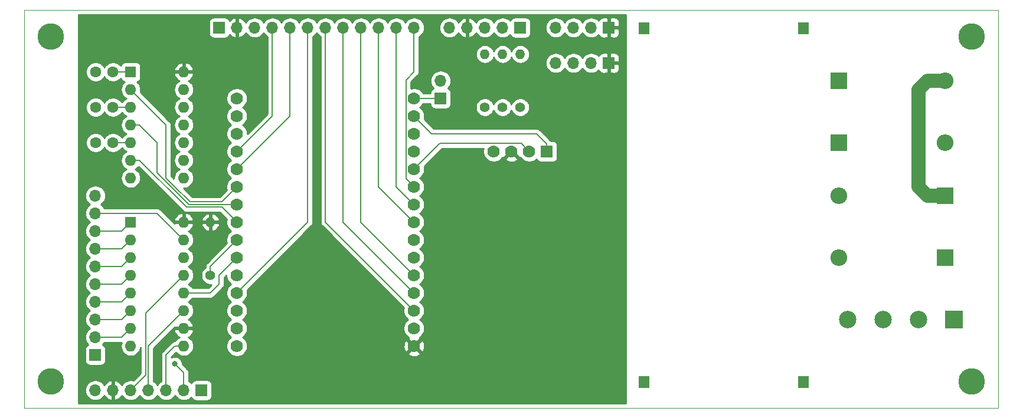
<source format=gbr>
G04 #@! TF.GenerationSoftware,KiCad,Pcbnew,(5.1.4)-1*
G04 #@! TF.CreationDate,2019-10-22T17:15:33+13:00*
G04 #@! TF.ProjectId,SprinklerPCB,53707269-6e6b-46c6-9572-5043422e6b69,rev?*
G04 #@! TF.SameCoordinates,Original*
G04 #@! TF.FileFunction,Copper,L1,Top*
G04 #@! TF.FilePolarity,Positive*
%FSLAX46Y46*%
G04 Gerber Fmt 4.6, Leading zero omitted, Abs format (unit mm)*
G04 Created by KiCad (PCBNEW (5.1.4)-1) date 2019-10-22 17:15:33*
%MOMM*%
%LPD*%
G04 APERTURE LIST*
%ADD10C,0.025400*%
%ADD11C,1.778000*%
%ADD12R,1.778000X1.778000*%
%ADD13O,1.600000X1.600000*%
%ADD14R,1.600000X1.600000*%
%ADD15O,1.400000X1.400000*%
%ADD16C,1.400000*%
%ADD17O,1.700000X1.700000*%
%ADD18R,1.700000X1.700000*%
%ADD19C,2.500000*%
%ADD20R,2.500000X2.500000*%
%ADD21R,1.524000X1.778000*%
%ADD22O,2.400000X2.400000*%
%ADD23R,2.400000X2.400000*%
%ADD24C,1.600000*%
%ADD25C,3.810000*%
%ADD26C,0.800000*%
%ADD27C,0.203200*%
%ADD28C,2.032000*%
%ADD29C,0.254000*%
G04 APERTURE END LIST*
D10*
X44450000Y-66040000D02*
X44450000Y-123190000D01*
X184150000Y-66040000D02*
X44450000Y-66040000D01*
X184150000Y-123190000D02*
X184150000Y-66040000D01*
X44450000Y-123190000D02*
X184150000Y-123190000D01*
D11*
X111760000Y-86360000D03*
X114300000Y-86360000D03*
X116840000Y-86360000D03*
D12*
X119380000Y-86360000D03*
D13*
X67310000Y-74930000D03*
X59690000Y-90170000D03*
X67310000Y-77470000D03*
X59690000Y-87630000D03*
X67310000Y-80010000D03*
X59690000Y-85090000D03*
X67310000Y-82550000D03*
X59690000Y-82550000D03*
X67310000Y-85090000D03*
X59690000Y-80010000D03*
X67310000Y-87630000D03*
X59690000Y-77470000D03*
X67310000Y-90170000D03*
D14*
X59690000Y-74930000D03*
D15*
X110490000Y-72390000D03*
D16*
X110490000Y-80010000D03*
D17*
X100330000Y-68580000D03*
X97790000Y-68580000D03*
X95250000Y-68580000D03*
X92710000Y-68580000D03*
X90170000Y-68580000D03*
X87630000Y-68580000D03*
X85090000Y-68580000D03*
X82550000Y-68580000D03*
X80010000Y-68580000D03*
X77470000Y-68580000D03*
X74930000Y-68580000D03*
D18*
X72390000Y-68580000D03*
D17*
X54610000Y-120650000D03*
X57150000Y-120650000D03*
X59690000Y-120650000D03*
X62230000Y-120650000D03*
X64770000Y-120650000D03*
X67310000Y-120650000D03*
D18*
X69850000Y-120650000D03*
D17*
X120650000Y-68580000D03*
X123190000Y-68580000D03*
X125730000Y-68580000D03*
D18*
X128270000Y-68580000D03*
D17*
X120650000Y-73660000D03*
X123190000Y-73660000D03*
X125730000Y-73660000D03*
D18*
X128270000Y-73660000D03*
D17*
X105410000Y-68580000D03*
X107950000Y-68580000D03*
X110490000Y-68580000D03*
X113030000Y-68580000D03*
D18*
X115570000Y-68580000D03*
D17*
X104140000Y-76200000D03*
D18*
X104140000Y-78740000D03*
D17*
X54610000Y-92710000D03*
X54610000Y-95250000D03*
X54610000Y-97790000D03*
X54610000Y-100330000D03*
X54610000Y-102870000D03*
X54610000Y-105410000D03*
X54610000Y-107950000D03*
X54610000Y-110490000D03*
X54610000Y-113030000D03*
D18*
X54610000Y-115570000D03*
D19*
X162560000Y-110490000D03*
X167640000Y-110490000D03*
X172720000Y-110490000D03*
D20*
X177800000Y-110490000D03*
D21*
X133350000Y-68640001D03*
X133350000Y-119440001D03*
X156210000Y-119440001D03*
X156210000Y-68640001D03*
D22*
X161290000Y-101600000D03*
D23*
X176530000Y-101600000D03*
D22*
X176530000Y-76200000D03*
D23*
X161290000Y-76200000D03*
D22*
X161290000Y-92710000D03*
D23*
X176530000Y-92710000D03*
D22*
X176530000Y-85090000D03*
D23*
X161290000Y-85090000D03*
D11*
X100330000Y-78740000D03*
X100330000Y-81280000D03*
X100330000Y-83820000D03*
X100330000Y-86360000D03*
X100330000Y-88900000D03*
X100330000Y-91440000D03*
X100330000Y-93980000D03*
X100330000Y-96520000D03*
X100330000Y-99060000D03*
X100330000Y-101600000D03*
X100330000Y-104140000D03*
X100330000Y-106680000D03*
X100330000Y-109220000D03*
X100330000Y-111760000D03*
X100330000Y-114300000D03*
X74930000Y-114300000D03*
X74930000Y-111760000D03*
X74930000Y-109220000D03*
X74930000Y-106680000D03*
X74930000Y-104140000D03*
X74930000Y-101600000D03*
X74930000Y-99060000D03*
X74930000Y-96520000D03*
X74930000Y-93980000D03*
X74930000Y-91440000D03*
X74930000Y-88900000D03*
X74930000Y-86360000D03*
X74930000Y-83820000D03*
X74930000Y-81280000D03*
X74930000Y-78740000D03*
D13*
X67310000Y-96520000D03*
X59690000Y-114300000D03*
X67310000Y-99060000D03*
X59690000Y-111760000D03*
X67310000Y-101600000D03*
X59690000Y-109220000D03*
X67310000Y-104140000D03*
X59690000Y-106680000D03*
X67310000Y-106680000D03*
X59690000Y-104140000D03*
X67310000Y-109220000D03*
X59690000Y-101600000D03*
X67310000Y-111760000D03*
X59690000Y-99060000D03*
X67310000Y-114300000D03*
D14*
X59690000Y-96520000D03*
D15*
X115570000Y-72390000D03*
D16*
X115570000Y-80010000D03*
D15*
X113030000Y-72390000D03*
D16*
X113030000Y-80010000D03*
D15*
X71120000Y-96520000D03*
D16*
X71120000Y-104140000D03*
D24*
X54650000Y-85090000D03*
X57150000Y-85090000D03*
X54650000Y-80010000D03*
X57150000Y-80010000D03*
X54650000Y-74930000D03*
X57150000Y-74930000D03*
D25*
X48260000Y-69850000D03*
X48260000Y-119380000D03*
X180340000Y-119380000D03*
X180340000Y-69850000D03*
D26*
X66040000Y-116840000D03*
D27*
X100330000Y-78740000D02*
X104140000Y-78740000D01*
X102870000Y-83820000D02*
X100330000Y-81280000D01*
X117932200Y-83820000D02*
X102870000Y-83820000D01*
X119380000Y-86360000D02*
X119380000Y-85267800D01*
X119380000Y-85267800D02*
X117932200Y-83820000D01*
X101218999Y-88011001D02*
X100330000Y-88900000D01*
X104038401Y-85191599D02*
X101218999Y-88011001D01*
X115671599Y-85191599D02*
X104038401Y-85191599D01*
X116840000Y-86360000D02*
X115671599Y-85191599D01*
X133350000Y-119440001D02*
X133350000Y-119567001D01*
X62230000Y-114300000D02*
X67310000Y-109220000D01*
X62230000Y-120650000D02*
X62230000Y-114300000D01*
X67310000Y-120650000D02*
X67310000Y-118110000D01*
X67310000Y-118110000D02*
X66040000Y-116840000D01*
X74930000Y-101600000D02*
X72390000Y-104140000D01*
X72390000Y-104140000D02*
X72390000Y-105410000D01*
X72390000Y-105410000D02*
X71120000Y-106680000D01*
X71120000Y-106680000D02*
X67310000Y-106680000D01*
X60539999Y-119800001D02*
X59690000Y-120650000D01*
X61848990Y-118491010D02*
X60539999Y-119800001D01*
X61848990Y-109601010D02*
X61848990Y-118491010D01*
X67310000Y-104140000D02*
X61848990Y-109601010D01*
X71120000Y-102870000D02*
X71120000Y-104140000D01*
X74930000Y-99060000D02*
X71120000Y-102870000D01*
X59690000Y-87630000D02*
X60960000Y-87630000D01*
X74041001Y-95631001D02*
X74930000Y-96520000D01*
X72771010Y-94361010D02*
X74041001Y-95631001D01*
X67691010Y-94361010D02*
X72771010Y-94361010D01*
X60960000Y-87630000D02*
X67691010Y-94361010D01*
X59690000Y-82550000D02*
X60960000Y-82550000D01*
X60960000Y-82550000D02*
X63500000Y-85090000D01*
X63500000Y-85090000D02*
X63500000Y-89438829D01*
X68041171Y-93980000D02*
X74930000Y-93980000D01*
X63500000Y-89438829D02*
X68041171Y-93980000D01*
X64770000Y-90170000D02*
X66040000Y-91440000D01*
X59690000Y-77470000D02*
X64770000Y-82550000D01*
X64770000Y-82550000D02*
X64770000Y-90170000D01*
X74930000Y-91440000D02*
X72771010Y-93598990D01*
X72771010Y-93598990D02*
X68580000Y-93598990D01*
X68580000Y-93598990D02*
X68198990Y-93598990D01*
X68198990Y-93598990D02*
X66040000Y-91440000D01*
X58420000Y-97790000D02*
X59690000Y-96520000D01*
X54610000Y-97790000D02*
X58420000Y-97790000D01*
X58420000Y-100330000D02*
X59690000Y-99060000D01*
X54610000Y-100330000D02*
X58420000Y-100330000D01*
X58420000Y-102870000D02*
X59690000Y-101600000D01*
X54610000Y-102870000D02*
X58420000Y-102870000D01*
X58420000Y-105410000D02*
X59690000Y-104140000D01*
X54610000Y-105410000D02*
X58420000Y-105410000D01*
X58420000Y-107950000D02*
X59690000Y-106680000D01*
X54610000Y-107950000D02*
X58420000Y-107950000D01*
X58420000Y-110490000D02*
X59690000Y-109220000D01*
X54610000Y-110490000D02*
X58420000Y-110490000D01*
X58420000Y-113030000D02*
X59690000Y-111760000D01*
X54610000Y-113030000D02*
X58420000Y-113030000D01*
X67310000Y-114300000D02*
X66040000Y-114300000D01*
X64770000Y-115570000D02*
X64770000Y-120650000D01*
X66040000Y-114300000D02*
X64770000Y-115570000D01*
X63500000Y-95250000D02*
X67310000Y-99060000D01*
X54610000Y-95250000D02*
X63500000Y-95250000D01*
X57150000Y-74930000D02*
X59690000Y-74930000D01*
X57150000Y-80010000D02*
X59690000Y-80010000D01*
X57150000Y-85090000D02*
X59690000Y-85090000D01*
D28*
X176530000Y-76200000D02*
X173990000Y-76200000D01*
X176530000Y-92710000D02*
X173990000Y-92710000D01*
X173990000Y-92710000D02*
X172720000Y-91440000D01*
X173990000Y-76200000D02*
X172720000Y-77470000D01*
X172720000Y-85090000D02*
X172720000Y-77470000D01*
X172720000Y-91440000D02*
X172720000Y-85090000D01*
D27*
X100330000Y-68580000D02*
X100330000Y-74930000D01*
X99441001Y-90551001D02*
X100330000Y-91440000D01*
X99161599Y-90271599D02*
X99441001Y-90551001D01*
X99161599Y-76098401D02*
X99161599Y-90271599D01*
X100330000Y-74930000D02*
X99161599Y-76098401D01*
X97790000Y-91440000D02*
X100330000Y-93980000D01*
X97790000Y-68580000D02*
X97790000Y-91440000D01*
X85090000Y-96520000D02*
X74930000Y-106680000D01*
X85090000Y-68580000D02*
X85090000Y-96520000D01*
X82550000Y-81280000D02*
X74930000Y-88900000D01*
X82550000Y-68580000D02*
X82550000Y-81280000D01*
X80010000Y-81280000D02*
X74930000Y-86360000D01*
X80010000Y-68580000D02*
X80010000Y-81280000D01*
X95250000Y-91440000D02*
X100330000Y-96520000D01*
X95250000Y-68580000D02*
X95250000Y-91440000D01*
X92710000Y-96520000D02*
X100330000Y-104140000D01*
X92710000Y-68580000D02*
X92710000Y-96520000D01*
X90170000Y-96520000D02*
X100330000Y-106680000D01*
X90170000Y-68580000D02*
X90170000Y-96520000D01*
X87630000Y-96520000D02*
X100330000Y-109220000D01*
X87630000Y-68580000D02*
X87630000Y-96520000D01*
D29*
G36*
X130683000Y-122542300D02*
G01*
X52197000Y-122542300D01*
X52197000Y-120650000D01*
X53117815Y-120650000D01*
X53146487Y-120941111D01*
X53231401Y-121221034D01*
X53369294Y-121479014D01*
X53554866Y-121705134D01*
X53780986Y-121890706D01*
X54038966Y-122028599D01*
X54318889Y-122113513D01*
X54537050Y-122135000D01*
X54682950Y-122135000D01*
X54901111Y-122113513D01*
X55181034Y-122028599D01*
X55439014Y-121890706D01*
X55665134Y-121705134D01*
X55850706Y-121479014D01*
X55885201Y-121414477D01*
X55954822Y-121531355D01*
X56149731Y-121747588D01*
X56383080Y-121921641D01*
X56645901Y-122046825D01*
X56793110Y-122091476D01*
X57023000Y-121970155D01*
X57023000Y-120777000D01*
X57003000Y-120777000D01*
X57003000Y-120523000D01*
X57023000Y-120523000D01*
X57023000Y-119329845D01*
X56793110Y-119208524D01*
X56645901Y-119253175D01*
X56383080Y-119378359D01*
X56149731Y-119552412D01*
X55954822Y-119768645D01*
X55885201Y-119885523D01*
X55850706Y-119820986D01*
X55665134Y-119594866D01*
X55439014Y-119409294D01*
X55181034Y-119271401D01*
X54901111Y-119186487D01*
X54682950Y-119165000D01*
X54537050Y-119165000D01*
X54318889Y-119186487D01*
X54038966Y-119271401D01*
X53780986Y-119409294D01*
X53554866Y-119594866D01*
X53369294Y-119820986D01*
X53231401Y-120078966D01*
X53146487Y-120358889D01*
X53117815Y-120650000D01*
X52197000Y-120650000D01*
X52197000Y-92710000D01*
X53117815Y-92710000D01*
X53146487Y-93001111D01*
X53231401Y-93281034D01*
X53369294Y-93539014D01*
X53554866Y-93765134D01*
X53780986Y-93950706D01*
X53835791Y-93980000D01*
X53780986Y-94009294D01*
X53554866Y-94194866D01*
X53369294Y-94420986D01*
X53231401Y-94678966D01*
X53146487Y-94958889D01*
X53117815Y-95250000D01*
X53146487Y-95541111D01*
X53231401Y-95821034D01*
X53369294Y-96079014D01*
X53554866Y-96305134D01*
X53780986Y-96490706D01*
X53835791Y-96520000D01*
X53780986Y-96549294D01*
X53554866Y-96734866D01*
X53369294Y-96960986D01*
X53231401Y-97218966D01*
X53146487Y-97498889D01*
X53117815Y-97790000D01*
X53146487Y-98081111D01*
X53231401Y-98361034D01*
X53369294Y-98619014D01*
X53554866Y-98845134D01*
X53780986Y-99030706D01*
X53835791Y-99060000D01*
X53780986Y-99089294D01*
X53554866Y-99274866D01*
X53369294Y-99500986D01*
X53231401Y-99758966D01*
X53146487Y-100038889D01*
X53117815Y-100330000D01*
X53146487Y-100621111D01*
X53231401Y-100901034D01*
X53369294Y-101159014D01*
X53554866Y-101385134D01*
X53780986Y-101570706D01*
X53835791Y-101600000D01*
X53780986Y-101629294D01*
X53554866Y-101814866D01*
X53369294Y-102040986D01*
X53231401Y-102298966D01*
X53146487Y-102578889D01*
X53117815Y-102870000D01*
X53146487Y-103161111D01*
X53231401Y-103441034D01*
X53369294Y-103699014D01*
X53554866Y-103925134D01*
X53780986Y-104110706D01*
X53835791Y-104140000D01*
X53780986Y-104169294D01*
X53554866Y-104354866D01*
X53369294Y-104580986D01*
X53231401Y-104838966D01*
X53146487Y-105118889D01*
X53117815Y-105410000D01*
X53146487Y-105701111D01*
X53231401Y-105981034D01*
X53369294Y-106239014D01*
X53554866Y-106465134D01*
X53780986Y-106650706D01*
X53835791Y-106680000D01*
X53780986Y-106709294D01*
X53554866Y-106894866D01*
X53369294Y-107120986D01*
X53231401Y-107378966D01*
X53146487Y-107658889D01*
X53117815Y-107950000D01*
X53146487Y-108241111D01*
X53231401Y-108521034D01*
X53369294Y-108779014D01*
X53554866Y-109005134D01*
X53780986Y-109190706D01*
X53835791Y-109220000D01*
X53780986Y-109249294D01*
X53554866Y-109434866D01*
X53369294Y-109660986D01*
X53231401Y-109918966D01*
X53146487Y-110198889D01*
X53117815Y-110490000D01*
X53146487Y-110781111D01*
X53231401Y-111061034D01*
X53369294Y-111319014D01*
X53554866Y-111545134D01*
X53780986Y-111730706D01*
X53835791Y-111760000D01*
X53780986Y-111789294D01*
X53554866Y-111974866D01*
X53369294Y-112200986D01*
X53231401Y-112458966D01*
X53146487Y-112738889D01*
X53117815Y-113030000D01*
X53146487Y-113321111D01*
X53231401Y-113601034D01*
X53369294Y-113859014D01*
X53554866Y-114085134D01*
X53584687Y-114109607D01*
X53515820Y-114130498D01*
X53405506Y-114189463D01*
X53308815Y-114268815D01*
X53229463Y-114365506D01*
X53170498Y-114475820D01*
X53134188Y-114595518D01*
X53121928Y-114720000D01*
X53121928Y-116420000D01*
X53134188Y-116544482D01*
X53170498Y-116664180D01*
X53229463Y-116774494D01*
X53308815Y-116871185D01*
X53405506Y-116950537D01*
X53515820Y-117009502D01*
X53635518Y-117045812D01*
X53760000Y-117058072D01*
X55460000Y-117058072D01*
X55584482Y-117045812D01*
X55704180Y-117009502D01*
X55814494Y-116950537D01*
X55911185Y-116871185D01*
X55990537Y-116774494D01*
X56049502Y-116664180D01*
X56085812Y-116544482D01*
X56098072Y-116420000D01*
X56098072Y-114720000D01*
X56085812Y-114595518D01*
X56049502Y-114475820D01*
X55990537Y-114365506D01*
X55911185Y-114268815D01*
X55814494Y-114189463D01*
X55704180Y-114130498D01*
X55635313Y-114109607D01*
X55665134Y-114085134D01*
X55850706Y-113859014D01*
X55900102Y-113766600D01*
X58352234Y-113766600D01*
X58275764Y-114018691D01*
X58248057Y-114300000D01*
X58275764Y-114581309D01*
X58357818Y-114851808D01*
X58491068Y-115101101D01*
X58670392Y-115319608D01*
X58888899Y-115498932D01*
X59138192Y-115632182D01*
X59408691Y-115714236D01*
X59619508Y-115735000D01*
X59760492Y-115735000D01*
X59971309Y-115714236D01*
X60241808Y-115632182D01*
X60491101Y-115498932D01*
X60709608Y-115319608D01*
X60888932Y-115101101D01*
X61022182Y-114851808D01*
X61104236Y-114581309D01*
X61112391Y-114498516D01*
X61112391Y-118185899D01*
X60081386Y-119216905D01*
X59981111Y-119186487D01*
X59762950Y-119165000D01*
X59617050Y-119165000D01*
X59398889Y-119186487D01*
X59118966Y-119271401D01*
X58860986Y-119409294D01*
X58634866Y-119594866D01*
X58449294Y-119820986D01*
X58414799Y-119885523D01*
X58345178Y-119768645D01*
X58150269Y-119552412D01*
X57916920Y-119378359D01*
X57654099Y-119253175D01*
X57506890Y-119208524D01*
X57277000Y-119329845D01*
X57277000Y-120523000D01*
X57297000Y-120523000D01*
X57297000Y-120777000D01*
X57277000Y-120777000D01*
X57277000Y-121970155D01*
X57506890Y-122091476D01*
X57654099Y-122046825D01*
X57916920Y-121921641D01*
X58150269Y-121747588D01*
X58345178Y-121531355D01*
X58414799Y-121414477D01*
X58449294Y-121479014D01*
X58634866Y-121705134D01*
X58860986Y-121890706D01*
X59118966Y-122028599D01*
X59398889Y-122113513D01*
X59617050Y-122135000D01*
X59762950Y-122135000D01*
X59981111Y-122113513D01*
X60261034Y-122028599D01*
X60519014Y-121890706D01*
X60745134Y-121705134D01*
X60930706Y-121479014D01*
X60960000Y-121424209D01*
X60989294Y-121479014D01*
X61174866Y-121705134D01*
X61400986Y-121890706D01*
X61658966Y-122028599D01*
X61938889Y-122113513D01*
X62157050Y-122135000D01*
X62302950Y-122135000D01*
X62521111Y-122113513D01*
X62801034Y-122028599D01*
X63059014Y-121890706D01*
X63285134Y-121705134D01*
X63470706Y-121479014D01*
X63500000Y-121424209D01*
X63529294Y-121479014D01*
X63714866Y-121705134D01*
X63940986Y-121890706D01*
X64198966Y-122028599D01*
X64478889Y-122113513D01*
X64697050Y-122135000D01*
X64842950Y-122135000D01*
X65061111Y-122113513D01*
X65341034Y-122028599D01*
X65599014Y-121890706D01*
X65825134Y-121705134D01*
X66010706Y-121479014D01*
X66040000Y-121424209D01*
X66069294Y-121479014D01*
X66254866Y-121705134D01*
X66480986Y-121890706D01*
X66738966Y-122028599D01*
X67018889Y-122113513D01*
X67237050Y-122135000D01*
X67382950Y-122135000D01*
X67601111Y-122113513D01*
X67881034Y-122028599D01*
X68139014Y-121890706D01*
X68365134Y-121705134D01*
X68389607Y-121675313D01*
X68410498Y-121744180D01*
X68469463Y-121854494D01*
X68548815Y-121951185D01*
X68645506Y-122030537D01*
X68755820Y-122089502D01*
X68875518Y-122125812D01*
X69000000Y-122138072D01*
X70700000Y-122138072D01*
X70824482Y-122125812D01*
X70944180Y-122089502D01*
X71054494Y-122030537D01*
X71151185Y-121951185D01*
X71230537Y-121854494D01*
X71289502Y-121744180D01*
X71325812Y-121624482D01*
X71338072Y-121500000D01*
X71338072Y-119800000D01*
X71325812Y-119675518D01*
X71289502Y-119555820D01*
X71230537Y-119445506D01*
X71151185Y-119348815D01*
X71054494Y-119269463D01*
X70944180Y-119210498D01*
X70824482Y-119174188D01*
X70700000Y-119161928D01*
X69000000Y-119161928D01*
X68875518Y-119174188D01*
X68755820Y-119210498D01*
X68645506Y-119269463D01*
X68548815Y-119348815D01*
X68469463Y-119445506D01*
X68410498Y-119555820D01*
X68389607Y-119624687D01*
X68365134Y-119594866D01*
X68139014Y-119409294D01*
X68046600Y-119359898D01*
X68046600Y-118146175D01*
X68050163Y-118109999D01*
X68046600Y-118073823D01*
X68046600Y-118073814D01*
X68035942Y-117965601D01*
X67993822Y-117826751D01*
X67925424Y-117698787D01*
X67833375Y-117586625D01*
X67805269Y-117563559D01*
X67075000Y-116833291D01*
X67075000Y-116738061D01*
X67035226Y-116538102D01*
X66957205Y-116349744D01*
X66843937Y-116180226D01*
X66699774Y-116036063D01*
X66530256Y-115922795D01*
X66341898Y-115844774D01*
X66141939Y-115805000D01*
X65938061Y-115805000D01*
X65738102Y-115844774D01*
X65549744Y-115922795D01*
X65506600Y-115951623D01*
X65506600Y-115875109D01*
X66187489Y-115194221D01*
X66290392Y-115319608D01*
X66508899Y-115498932D01*
X66758192Y-115632182D01*
X67028691Y-115714236D01*
X67239508Y-115735000D01*
X67380492Y-115735000D01*
X67591309Y-115714236D01*
X67861808Y-115632182D01*
X68111101Y-115498932D01*
X68329608Y-115319608D01*
X68508932Y-115101101D01*
X68642182Y-114851808D01*
X68724236Y-114581309D01*
X68751943Y-114300000D01*
X68724236Y-114018691D01*
X68642182Y-113748192D01*
X68508932Y-113498899D01*
X68329608Y-113280392D01*
X68111101Y-113101068D01*
X67973318Y-113027421D01*
X68165131Y-112912385D01*
X68373519Y-112723414D01*
X68541037Y-112497420D01*
X68661246Y-112243087D01*
X68701904Y-112109039D01*
X68579915Y-111887000D01*
X67437000Y-111887000D01*
X67437000Y-111907000D01*
X67183000Y-111907000D01*
X67183000Y-111887000D01*
X66040085Y-111887000D01*
X65918096Y-112109039D01*
X65958754Y-112243087D01*
X66078963Y-112497420D01*
X66246481Y-112723414D01*
X66454869Y-112912385D01*
X66646682Y-113027421D01*
X66508899Y-113101068D01*
X66290392Y-113280392D01*
X66111068Y-113498899D01*
X66076591Y-113563400D01*
X66076175Y-113563400D01*
X66039999Y-113559837D01*
X66003823Y-113563400D01*
X66003814Y-113563400D01*
X65895601Y-113574058D01*
X65756751Y-113616178D01*
X65628787Y-113684576D01*
X65516625Y-113776625D01*
X65493559Y-113804731D01*
X64274732Y-115023559D01*
X64246625Y-115046626D01*
X64223559Y-115074732D01*
X64223558Y-115074733D01*
X64154577Y-115158787D01*
X64154576Y-115158788D01*
X64086178Y-115286752D01*
X64044058Y-115425602D01*
X64036836Y-115498932D01*
X64029836Y-115570000D01*
X64033400Y-115606183D01*
X64033401Y-119359897D01*
X63940986Y-119409294D01*
X63714866Y-119594866D01*
X63529294Y-119820986D01*
X63500000Y-119875791D01*
X63470706Y-119820986D01*
X63285134Y-119594866D01*
X63059014Y-119409294D01*
X62966600Y-119359898D01*
X62966600Y-114605109D01*
X66004138Y-111567571D01*
X66040085Y-111633000D01*
X67183000Y-111633000D01*
X67183000Y-111613000D01*
X67437000Y-111613000D01*
X67437000Y-111633000D01*
X68579915Y-111633000D01*
X68701904Y-111410961D01*
X68661246Y-111276913D01*
X68541037Y-111022580D01*
X68373519Y-110796586D01*
X68165131Y-110607615D01*
X67973318Y-110492579D01*
X68111101Y-110418932D01*
X68329608Y-110239608D01*
X68508932Y-110021101D01*
X68642182Y-109771808D01*
X68724236Y-109501309D01*
X68751943Y-109220000D01*
X68724236Y-108938691D01*
X68642182Y-108668192D01*
X68508932Y-108418899D01*
X68329608Y-108200392D01*
X68111101Y-108021068D01*
X67978142Y-107950000D01*
X68111101Y-107878932D01*
X68329608Y-107699608D01*
X68508932Y-107481101D01*
X68543409Y-107416600D01*
X71083817Y-107416600D01*
X71120000Y-107420164D01*
X71156183Y-107416600D01*
X71156186Y-107416600D01*
X71264399Y-107405942D01*
X71403249Y-107363822D01*
X71531213Y-107295424D01*
X71643375Y-107203375D01*
X71666445Y-107175264D01*
X72885269Y-105956441D01*
X72913375Y-105933375D01*
X73005424Y-105821213D01*
X73073822Y-105693249D01*
X73115942Y-105554399D01*
X73126600Y-105446186D01*
X73126600Y-105446177D01*
X73130163Y-105410001D01*
X73126600Y-105373825D01*
X73126600Y-104445109D01*
X73406000Y-104165709D01*
X73406000Y-104290101D01*
X73464566Y-104584534D01*
X73579449Y-104861885D01*
X73746232Y-105111493D01*
X73958507Y-105323768D01*
X74087562Y-105410000D01*
X73958507Y-105496232D01*
X73746232Y-105708507D01*
X73579449Y-105958115D01*
X73464566Y-106235466D01*
X73406000Y-106529899D01*
X73406000Y-106830101D01*
X73464566Y-107124534D01*
X73579449Y-107401885D01*
X73746232Y-107651493D01*
X73958507Y-107863768D01*
X74087562Y-107950000D01*
X73958507Y-108036232D01*
X73746232Y-108248507D01*
X73579449Y-108498115D01*
X73464566Y-108775466D01*
X73406000Y-109069899D01*
X73406000Y-109370101D01*
X73464566Y-109664534D01*
X73579449Y-109941885D01*
X73746232Y-110191493D01*
X73958507Y-110403768D01*
X74087562Y-110490000D01*
X73958507Y-110576232D01*
X73746232Y-110788507D01*
X73579449Y-111038115D01*
X73464566Y-111315466D01*
X73406000Y-111609899D01*
X73406000Y-111910101D01*
X73464566Y-112204534D01*
X73579449Y-112481885D01*
X73746232Y-112731493D01*
X73958507Y-112943768D01*
X74087562Y-113030000D01*
X73958507Y-113116232D01*
X73746232Y-113328507D01*
X73579449Y-113578115D01*
X73464566Y-113855466D01*
X73406000Y-114149899D01*
X73406000Y-114450101D01*
X73464566Y-114744534D01*
X73579449Y-115021885D01*
X73746232Y-115271493D01*
X73958507Y-115483768D01*
X74208115Y-115650551D01*
X74485466Y-115765434D01*
X74779899Y-115824000D01*
X75080101Y-115824000D01*
X75374534Y-115765434D01*
X75651885Y-115650551D01*
X75901493Y-115483768D01*
X76029030Y-115356231D01*
X99453374Y-115356231D01*
X99535727Y-115609289D01*
X99806418Y-115739086D01*
X100097230Y-115813580D01*
X100396988Y-115829908D01*
X100694171Y-115787443D01*
X100977359Y-115687816D01*
X101124273Y-115609289D01*
X101206626Y-115356231D01*
X100330000Y-114479605D01*
X99453374Y-115356231D01*
X76029030Y-115356231D01*
X76113768Y-115271493D01*
X76280551Y-115021885D01*
X76395434Y-114744534D01*
X76454000Y-114450101D01*
X76454000Y-114366988D01*
X98800092Y-114366988D01*
X98842557Y-114664171D01*
X98942184Y-114947359D01*
X99020711Y-115094273D01*
X99273769Y-115176626D01*
X100150395Y-114300000D01*
X100509605Y-114300000D01*
X101386231Y-115176626D01*
X101639289Y-115094273D01*
X101769086Y-114823582D01*
X101843580Y-114532770D01*
X101859908Y-114233012D01*
X101817443Y-113935829D01*
X101717816Y-113652641D01*
X101639289Y-113505727D01*
X101386231Y-113423374D01*
X100509605Y-114300000D01*
X100150395Y-114300000D01*
X99273769Y-113423374D01*
X99020711Y-113505727D01*
X98890914Y-113776418D01*
X98816420Y-114067230D01*
X98800092Y-114366988D01*
X76454000Y-114366988D01*
X76454000Y-114149899D01*
X76395434Y-113855466D01*
X76280551Y-113578115D01*
X76113768Y-113328507D01*
X75901493Y-113116232D01*
X75772438Y-113030000D01*
X75901493Y-112943768D01*
X76113768Y-112731493D01*
X76280551Y-112481885D01*
X76395434Y-112204534D01*
X76454000Y-111910101D01*
X76454000Y-111609899D01*
X76395434Y-111315466D01*
X76280551Y-111038115D01*
X76113768Y-110788507D01*
X75901493Y-110576232D01*
X75772438Y-110490000D01*
X75901493Y-110403768D01*
X76113768Y-110191493D01*
X76280551Y-109941885D01*
X76395434Y-109664534D01*
X76454000Y-109370101D01*
X76454000Y-109069899D01*
X76395434Y-108775466D01*
X76280551Y-108498115D01*
X76113768Y-108248507D01*
X75901493Y-108036232D01*
X75772438Y-107950000D01*
X75901493Y-107863768D01*
X76113768Y-107651493D01*
X76280551Y-107401885D01*
X76395434Y-107124534D01*
X76454000Y-106830101D01*
X76454000Y-106529899D01*
X76398886Y-106252823D01*
X85585269Y-97066441D01*
X85613375Y-97043375D01*
X85705424Y-96931213D01*
X85773822Y-96803249D01*
X85815942Y-96664399D01*
X85826600Y-96556186D01*
X85830164Y-96520000D01*
X85826600Y-96483814D01*
X85826600Y-69870102D01*
X85919014Y-69820706D01*
X86145134Y-69635134D01*
X86330706Y-69409014D01*
X86360000Y-69354209D01*
X86389294Y-69409014D01*
X86574866Y-69635134D01*
X86800986Y-69820706D01*
X86893400Y-69870102D01*
X86893401Y-96483807D01*
X86889836Y-96520000D01*
X86900533Y-96628599D01*
X86904059Y-96664399D01*
X86946179Y-96803249D01*
X87014577Y-96931213D01*
X87106626Y-97043375D01*
X87134732Y-97066441D01*
X98861113Y-108792823D01*
X98806000Y-109069899D01*
X98806000Y-109370101D01*
X98864566Y-109664534D01*
X98979449Y-109941885D01*
X99146232Y-110191493D01*
X99358507Y-110403768D01*
X99487562Y-110490000D01*
X99358507Y-110576232D01*
X99146232Y-110788507D01*
X98979449Y-111038115D01*
X98864566Y-111315466D01*
X98806000Y-111609899D01*
X98806000Y-111910101D01*
X98864566Y-112204534D01*
X98979449Y-112481885D01*
X99146232Y-112731493D01*
X99358507Y-112943768D01*
X99516622Y-113049417D01*
X99453374Y-113243769D01*
X100330000Y-114120395D01*
X101206626Y-113243769D01*
X101143378Y-113049417D01*
X101301493Y-112943768D01*
X101513768Y-112731493D01*
X101680551Y-112481885D01*
X101795434Y-112204534D01*
X101854000Y-111910101D01*
X101854000Y-111609899D01*
X101795434Y-111315466D01*
X101680551Y-111038115D01*
X101513768Y-110788507D01*
X101301493Y-110576232D01*
X101172438Y-110490000D01*
X101301493Y-110403768D01*
X101513768Y-110191493D01*
X101680551Y-109941885D01*
X101795434Y-109664534D01*
X101854000Y-109370101D01*
X101854000Y-109069899D01*
X101795434Y-108775466D01*
X101680551Y-108498115D01*
X101513768Y-108248507D01*
X101301493Y-108036232D01*
X101172438Y-107950000D01*
X101301493Y-107863768D01*
X101513768Y-107651493D01*
X101680551Y-107401885D01*
X101795434Y-107124534D01*
X101854000Y-106830101D01*
X101854000Y-106529899D01*
X101795434Y-106235466D01*
X101680551Y-105958115D01*
X101513768Y-105708507D01*
X101301493Y-105496232D01*
X101172438Y-105410000D01*
X101301493Y-105323768D01*
X101513768Y-105111493D01*
X101680551Y-104861885D01*
X101795434Y-104584534D01*
X101854000Y-104290101D01*
X101854000Y-103989899D01*
X101795434Y-103695466D01*
X101680551Y-103418115D01*
X101513768Y-103168507D01*
X101301493Y-102956232D01*
X101172438Y-102870000D01*
X101301493Y-102783768D01*
X101513768Y-102571493D01*
X101680551Y-102321885D01*
X101795434Y-102044534D01*
X101854000Y-101750101D01*
X101854000Y-101449899D01*
X101795434Y-101155466D01*
X101680551Y-100878115D01*
X101513768Y-100628507D01*
X101301493Y-100416232D01*
X101172438Y-100330000D01*
X101301493Y-100243768D01*
X101513768Y-100031493D01*
X101680551Y-99781885D01*
X101795434Y-99504534D01*
X101854000Y-99210101D01*
X101854000Y-98909899D01*
X101795434Y-98615466D01*
X101680551Y-98338115D01*
X101513768Y-98088507D01*
X101301493Y-97876232D01*
X101172438Y-97790000D01*
X101301493Y-97703768D01*
X101513768Y-97491493D01*
X101680551Y-97241885D01*
X101795434Y-96964534D01*
X101854000Y-96670101D01*
X101854000Y-96369899D01*
X101795434Y-96075466D01*
X101680551Y-95798115D01*
X101513768Y-95548507D01*
X101301493Y-95336232D01*
X101172438Y-95250000D01*
X101301493Y-95163768D01*
X101513768Y-94951493D01*
X101680551Y-94701885D01*
X101795434Y-94424534D01*
X101854000Y-94130101D01*
X101854000Y-93829899D01*
X101795434Y-93535466D01*
X101680551Y-93258115D01*
X101513768Y-93008507D01*
X101301493Y-92796232D01*
X101172438Y-92710000D01*
X101301493Y-92623768D01*
X101513768Y-92411493D01*
X101680551Y-92161885D01*
X101795434Y-91884534D01*
X101854000Y-91590101D01*
X101854000Y-91289899D01*
X101795434Y-90995466D01*
X101680551Y-90718115D01*
X101513768Y-90468507D01*
X101301493Y-90256232D01*
X101172438Y-90170000D01*
X101301493Y-90083768D01*
X101513768Y-89871493D01*
X101680551Y-89621885D01*
X101795434Y-89344534D01*
X101854000Y-89050101D01*
X101854000Y-88749899D01*
X101798886Y-88472823D01*
X104343511Y-85928199D01*
X110292033Y-85928199D01*
X110236000Y-86209899D01*
X110236000Y-86510101D01*
X110294566Y-86804534D01*
X110409449Y-87081885D01*
X110576232Y-87331493D01*
X110788507Y-87543768D01*
X111038115Y-87710551D01*
X111315466Y-87825434D01*
X111609899Y-87884000D01*
X111910101Y-87884000D01*
X112204534Y-87825434D01*
X112481885Y-87710551D01*
X112731493Y-87543768D01*
X112859030Y-87416231D01*
X113423374Y-87416231D01*
X113505727Y-87669289D01*
X113776418Y-87799086D01*
X114067230Y-87873580D01*
X114366988Y-87889908D01*
X114664171Y-87847443D01*
X114947359Y-87747816D01*
X115094273Y-87669289D01*
X115176626Y-87416231D01*
X114300000Y-86539605D01*
X113423374Y-87416231D01*
X112859030Y-87416231D01*
X112943768Y-87331493D01*
X113049417Y-87173378D01*
X113243769Y-87236626D01*
X114120395Y-86360000D01*
X114106253Y-86345858D01*
X114285858Y-86166253D01*
X114300000Y-86180395D01*
X114314143Y-86166253D01*
X114493748Y-86345858D01*
X114479605Y-86360000D01*
X115356231Y-87236626D01*
X115550583Y-87173378D01*
X115656232Y-87331493D01*
X115868507Y-87543768D01*
X116118115Y-87710551D01*
X116395466Y-87825434D01*
X116689899Y-87884000D01*
X116990101Y-87884000D01*
X117284534Y-87825434D01*
X117561885Y-87710551D01*
X117811493Y-87543768D01*
X117892324Y-87462937D01*
X117901498Y-87493180D01*
X117960463Y-87603494D01*
X118039815Y-87700185D01*
X118136506Y-87779537D01*
X118246820Y-87838502D01*
X118366518Y-87874812D01*
X118491000Y-87887072D01*
X120269000Y-87887072D01*
X120393482Y-87874812D01*
X120513180Y-87838502D01*
X120623494Y-87779537D01*
X120720185Y-87700185D01*
X120799537Y-87603494D01*
X120858502Y-87493180D01*
X120894812Y-87373482D01*
X120907072Y-87249000D01*
X120907072Y-85471000D01*
X120894812Y-85346518D01*
X120858502Y-85226820D01*
X120799537Y-85116506D01*
X120720185Y-85019815D01*
X120623494Y-84940463D01*
X120513180Y-84881498D01*
X120393482Y-84845188D01*
X120269000Y-84832928D01*
X119976008Y-84832928D01*
X119903375Y-84744425D01*
X119875263Y-84721354D01*
X118478646Y-83324737D01*
X118455575Y-83296625D01*
X118343413Y-83204576D01*
X118215449Y-83136178D01*
X118076599Y-83094058D01*
X117968386Y-83083400D01*
X117968383Y-83083400D01*
X117932200Y-83079836D01*
X117896017Y-83083400D01*
X103175109Y-83083400D01*
X101798886Y-81707177D01*
X101854000Y-81430101D01*
X101854000Y-81129899D01*
X101795434Y-80835466D01*
X101680551Y-80558115D01*
X101513768Y-80308507D01*
X101301493Y-80096232D01*
X101172438Y-80010000D01*
X101301493Y-79923768D01*
X101513768Y-79711493D01*
X101670719Y-79476600D01*
X102651928Y-79476600D01*
X102651928Y-79590000D01*
X102664188Y-79714482D01*
X102700498Y-79834180D01*
X102759463Y-79944494D01*
X102838815Y-80041185D01*
X102935506Y-80120537D01*
X103045820Y-80179502D01*
X103165518Y-80215812D01*
X103290000Y-80228072D01*
X104990000Y-80228072D01*
X105114482Y-80215812D01*
X105234180Y-80179502D01*
X105344494Y-80120537D01*
X105441185Y-80041185D01*
X105520537Y-79944494D01*
X105555804Y-79878514D01*
X109155000Y-79878514D01*
X109155000Y-80141486D01*
X109206304Y-80399405D01*
X109306939Y-80642359D01*
X109453038Y-80861013D01*
X109638987Y-81046962D01*
X109857641Y-81193061D01*
X110100595Y-81293696D01*
X110358514Y-81345000D01*
X110621486Y-81345000D01*
X110879405Y-81293696D01*
X111122359Y-81193061D01*
X111341013Y-81046962D01*
X111526962Y-80861013D01*
X111673061Y-80642359D01*
X111760000Y-80432470D01*
X111846939Y-80642359D01*
X111993038Y-80861013D01*
X112178987Y-81046962D01*
X112397641Y-81193061D01*
X112640595Y-81293696D01*
X112898514Y-81345000D01*
X113161486Y-81345000D01*
X113419405Y-81293696D01*
X113662359Y-81193061D01*
X113881013Y-81046962D01*
X114066962Y-80861013D01*
X114213061Y-80642359D01*
X114300000Y-80432470D01*
X114386939Y-80642359D01*
X114533038Y-80861013D01*
X114718987Y-81046962D01*
X114937641Y-81193061D01*
X115180595Y-81293696D01*
X115438514Y-81345000D01*
X115701486Y-81345000D01*
X115959405Y-81293696D01*
X116202359Y-81193061D01*
X116421013Y-81046962D01*
X116606962Y-80861013D01*
X116753061Y-80642359D01*
X116853696Y-80399405D01*
X116905000Y-80141486D01*
X116905000Y-79878514D01*
X116853696Y-79620595D01*
X116753061Y-79377641D01*
X116606962Y-79158987D01*
X116421013Y-78973038D01*
X116202359Y-78826939D01*
X115959405Y-78726304D01*
X115701486Y-78675000D01*
X115438514Y-78675000D01*
X115180595Y-78726304D01*
X114937641Y-78826939D01*
X114718987Y-78973038D01*
X114533038Y-79158987D01*
X114386939Y-79377641D01*
X114300000Y-79587530D01*
X114213061Y-79377641D01*
X114066962Y-79158987D01*
X113881013Y-78973038D01*
X113662359Y-78826939D01*
X113419405Y-78726304D01*
X113161486Y-78675000D01*
X112898514Y-78675000D01*
X112640595Y-78726304D01*
X112397641Y-78826939D01*
X112178987Y-78973038D01*
X111993038Y-79158987D01*
X111846939Y-79377641D01*
X111760000Y-79587530D01*
X111673061Y-79377641D01*
X111526962Y-79158987D01*
X111341013Y-78973038D01*
X111122359Y-78826939D01*
X110879405Y-78726304D01*
X110621486Y-78675000D01*
X110358514Y-78675000D01*
X110100595Y-78726304D01*
X109857641Y-78826939D01*
X109638987Y-78973038D01*
X109453038Y-79158987D01*
X109306939Y-79377641D01*
X109206304Y-79620595D01*
X109155000Y-79878514D01*
X105555804Y-79878514D01*
X105579502Y-79834180D01*
X105615812Y-79714482D01*
X105628072Y-79590000D01*
X105628072Y-77890000D01*
X105615812Y-77765518D01*
X105579502Y-77645820D01*
X105520537Y-77535506D01*
X105441185Y-77438815D01*
X105344494Y-77359463D01*
X105234180Y-77300498D01*
X105165313Y-77279607D01*
X105195134Y-77255134D01*
X105380706Y-77029014D01*
X105518599Y-76771034D01*
X105603513Y-76491111D01*
X105632185Y-76200000D01*
X105603513Y-75908889D01*
X105518599Y-75628966D01*
X105380706Y-75370986D01*
X105195134Y-75144866D01*
X104969014Y-74959294D01*
X104711034Y-74821401D01*
X104431111Y-74736487D01*
X104212950Y-74715000D01*
X104067050Y-74715000D01*
X103848889Y-74736487D01*
X103568966Y-74821401D01*
X103310986Y-74959294D01*
X103084866Y-75144866D01*
X102899294Y-75370986D01*
X102761401Y-75628966D01*
X102676487Y-75908889D01*
X102647815Y-76200000D01*
X102676487Y-76491111D01*
X102761401Y-76771034D01*
X102899294Y-77029014D01*
X103084866Y-77255134D01*
X103114687Y-77279607D01*
X103045820Y-77300498D01*
X102935506Y-77359463D01*
X102838815Y-77438815D01*
X102759463Y-77535506D01*
X102700498Y-77645820D01*
X102664188Y-77765518D01*
X102651928Y-77890000D01*
X102651928Y-78003400D01*
X101670719Y-78003400D01*
X101513768Y-77768507D01*
X101301493Y-77556232D01*
X101051885Y-77389449D01*
X100774534Y-77274566D01*
X100480101Y-77216000D01*
X100179899Y-77216000D01*
X99898199Y-77272033D01*
X99898199Y-76403510D01*
X100825269Y-75476441D01*
X100853375Y-75453375D01*
X100945424Y-75341213D01*
X101013822Y-75213249D01*
X101055942Y-75074399D01*
X101066600Y-74966186D01*
X101070164Y-74930000D01*
X101066600Y-74893814D01*
X101066600Y-72390000D01*
X109148541Y-72390000D01*
X109174317Y-72651706D01*
X109250653Y-72903354D01*
X109374618Y-73135275D01*
X109541445Y-73338555D01*
X109744725Y-73505382D01*
X109976646Y-73629347D01*
X110228294Y-73705683D01*
X110424421Y-73725000D01*
X110555579Y-73725000D01*
X110751706Y-73705683D01*
X111003354Y-73629347D01*
X111235275Y-73505382D01*
X111438555Y-73338555D01*
X111605382Y-73135275D01*
X111729347Y-72903354D01*
X111760000Y-72802304D01*
X111790653Y-72903354D01*
X111914618Y-73135275D01*
X112081445Y-73338555D01*
X112284725Y-73505382D01*
X112516646Y-73629347D01*
X112768294Y-73705683D01*
X112964421Y-73725000D01*
X113095579Y-73725000D01*
X113291706Y-73705683D01*
X113543354Y-73629347D01*
X113775275Y-73505382D01*
X113978555Y-73338555D01*
X114145382Y-73135275D01*
X114269347Y-72903354D01*
X114300000Y-72802304D01*
X114330653Y-72903354D01*
X114454618Y-73135275D01*
X114621445Y-73338555D01*
X114824725Y-73505382D01*
X115056646Y-73629347D01*
X115308294Y-73705683D01*
X115504421Y-73725000D01*
X115635579Y-73725000D01*
X115831706Y-73705683D01*
X115982303Y-73660000D01*
X119157815Y-73660000D01*
X119186487Y-73951111D01*
X119271401Y-74231034D01*
X119409294Y-74489014D01*
X119594866Y-74715134D01*
X119820986Y-74900706D01*
X120078966Y-75038599D01*
X120358889Y-75123513D01*
X120577050Y-75145000D01*
X120722950Y-75145000D01*
X120941111Y-75123513D01*
X121221034Y-75038599D01*
X121479014Y-74900706D01*
X121705134Y-74715134D01*
X121890706Y-74489014D01*
X121920000Y-74434209D01*
X121949294Y-74489014D01*
X122134866Y-74715134D01*
X122360986Y-74900706D01*
X122618966Y-75038599D01*
X122898889Y-75123513D01*
X123117050Y-75145000D01*
X123262950Y-75145000D01*
X123481111Y-75123513D01*
X123761034Y-75038599D01*
X124019014Y-74900706D01*
X124245134Y-74715134D01*
X124430706Y-74489014D01*
X124460000Y-74434209D01*
X124489294Y-74489014D01*
X124674866Y-74715134D01*
X124900986Y-74900706D01*
X125158966Y-75038599D01*
X125438889Y-75123513D01*
X125657050Y-75145000D01*
X125802950Y-75145000D01*
X126021111Y-75123513D01*
X126301034Y-75038599D01*
X126559014Y-74900706D01*
X126785134Y-74715134D01*
X126809607Y-74685313D01*
X126830498Y-74754180D01*
X126889463Y-74864494D01*
X126968815Y-74961185D01*
X127065506Y-75040537D01*
X127175820Y-75099502D01*
X127295518Y-75135812D01*
X127420000Y-75148072D01*
X127984250Y-75145000D01*
X128143000Y-74986250D01*
X128143000Y-73787000D01*
X128397000Y-73787000D01*
X128397000Y-74986250D01*
X128555750Y-75145000D01*
X129120000Y-75148072D01*
X129244482Y-75135812D01*
X129364180Y-75099502D01*
X129474494Y-75040537D01*
X129571185Y-74961185D01*
X129650537Y-74864494D01*
X129709502Y-74754180D01*
X129745812Y-74634482D01*
X129758072Y-74510000D01*
X129755000Y-73945750D01*
X129596250Y-73787000D01*
X128397000Y-73787000D01*
X128143000Y-73787000D01*
X128123000Y-73787000D01*
X128123000Y-73533000D01*
X128143000Y-73533000D01*
X128143000Y-72333750D01*
X128397000Y-72333750D01*
X128397000Y-73533000D01*
X129596250Y-73533000D01*
X129755000Y-73374250D01*
X129758072Y-72810000D01*
X129745812Y-72685518D01*
X129709502Y-72565820D01*
X129650537Y-72455506D01*
X129571185Y-72358815D01*
X129474494Y-72279463D01*
X129364180Y-72220498D01*
X129244482Y-72184188D01*
X129120000Y-72171928D01*
X128555750Y-72175000D01*
X128397000Y-72333750D01*
X128143000Y-72333750D01*
X127984250Y-72175000D01*
X127420000Y-72171928D01*
X127295518Y-72184188D01*
X127175820Y-72220498D01*
X127065506Y-72279463D01*
X126968815Y-72358815D01*
X126889463Y-72455506D01*
X126830498Y-72565820D01*
X126809607Y-72634687D01*
X126785134Y-72604866D01*
X126559014Y-72419294D01*
X126301034Y-72281401D01*
X126021111Y-72196487D01*
X125802950Y-72175000D01*
X125657050Y-72175000D01*
X125438889Y-72196487D01*
X125158966Y-72281401D01*
X124900986Y-72419294D01*
X124674866Y-72604866D01*
X124489294Y-72830986D01*
X124460000Y-72885791D01*
X124430706Y-72830986D01*
X124245134Y-72604866D01*
X124019014Y-72419294D01*
X123761034Y-72281401D01*
X123481111Y-72196487D01*
X123262950Y-72175000D01*
X123117050Y-72175000D01*
X122898889Y-72196487D01*
X122618966Y-72281401D01*
X122360986Y-72419294D01*
X122134866Y-72604866D01*
X121949294Y-72830986D01*
X121920000Y-72885791D01*
X121890706Y-72830986D01*
X121705134Y-72604866D01*
X121479014Y-72419294D01*
X121221034Y-72281401D01*
X120941111Y-72196487D01*
X120722950Y-72175000D01*
X120577050Y-72175000D01*
X120358889Y-72196487D01*
X120078966Y-72281401D01*
X119820986Y-72419294D01*
X119594866Y-72604866D01*
X119409294Y-72830986D01*
X119271401Y-73088966D01*
X119186487Y-73368889D01*
X119157815Y-73660000D01*
X115982303Y-73660000D01*
X116083354Y-73629347D01*
X116315275Y-73505382D01*
X116518555Y-73338555D01*
X116685382Y-73135275D01*
X116809347Y-72903354D01*
X116885683Y-72651706D01*
X116911459Y-72390000D01*
X116885683Y-72128294D01*
X116809347Y-71876646D01*
X116685382Y-71644725D01*
X116518555Y-71441445D01*
X116315275Y-71274618D01*
X116083354Y-71150653D01*
X115831706Y-71074317D01*
X115635579Y-71055000D01*
X115504421Y-71055000D01*
X115308294Y-71074317D01*
X115056646Y-71150653D01*
X114824725Y-71274618D01*
X114621445Y-71441445D01*
X114454618Y-71644725D01*
X114330653Y-71876646D01*
X114300000Y-71977696D01*
X114269347Y-71876646D01*
X114145382Y-71644725D01*
X113978555Y-71441445D01*
X113775275Y-71274618D01*
X113543354Y-71150653D01*
X113291706Y-71074317D01*
X113095579Y-71055000D01*
X112964421Y-71055000D01*
X112768294Y-71074317D01*
X112516646Y-71150653D01*
X112284725Y-71274618D01*
X112081445Y-71441445D01*
X111914618Y-71644725D01*
X111790653Y-71876646D01*
X111760000Y-71977696D01*
X111729347Y-71876646D01*
X111605382Y-71644725D01*
X111438555Y-71441445D01*
X111235275Y-71274618D01*
X111003354Y-71150653D01*
X110751706Y-71074317D01*
X110555579Y-71055000D01*
X110424421Y-71055000D01*
X110228294Y-71074317D01*
X109976646Y-71150653D01*
X109744725Y-71274618D01*
X109541445Y-71441445D01*
X109374618Y-71644725D01*
X109250653Y-71876646D01*
X109174317Y-72128294D01*
X109148541Y-72390000D01*
X101066600Y-72390000D01*
X101066600Y-69870102D01*
X101159014Y-69820706D01*
X101385134Y-69635134D01*
X101570706Y-69409014D01*
X101708599Y-69151034D01*
X101793513Y-68871111D01*
X101822185Y-68580000D01*
X103917815Y-68580000D01*
X103946487Y-68871111D01*
X104031401Y-69151034D01*
X104169294Y-69409014D01*
X104354866Y-69635134D01*
X104580986Y-69820706D01*
X104838966Y-69958599D01*
X105118889Y-70043513D01*
X105337050Y-70065000D01*
X105482950Y-70065000D01*
X105701111Y-70043513D01*
X105981034Y-69958599D01*
X106239014Y-69820706D01*
X106465134Y-69635134D01*
X106650706Y-69409014D01*
X106685201Y-69344477D01*
X106754822Y-69461355D01*
X106949731Y-69677588D01*
X107183080Y-69851641D01*
X107445901Y-69976825D01*
X107593110Y-70021476D01*
X107823000Y-69900155D01*
X107823000Y-68707000D01*
X107803000Y-68707000D01*
X107803000Y-68453000D01*
X107823000Y-68453000D01*
X107823000Y-67259845D01*
X108077000Y-67259845D01*
X108077000Y-68453000D01*
X108097000Y-68453000D01*
X108097000Y-68707000D01*
X108077000Y-68707000D01*
X108077000Y-69900155D01*
X108306890Y-70021476D01*
X108454099Y-69976825D01*
X108716920Y-69851641D01*
X108950269Y-69677588D01*
X109145178Y-69461355D01*
X109214799Y-69344477D01*
X109249294Y-69409014D01*
X109434866Y-69635134D01*
X109660986Y-69820706D01*
X109918966Y-69958599D01*
X110198889Y-70043513D01*
X110417050Y-70065000D01*
X110562950Y-70065000D01*
X110781111Y-70043513D01*
X111061034Y-69958599D01*
X111319014Y-69820706D01*
X111545134Y-69635134D01*
X111730706Y-69409014D01*
X111760000Y-69354209D01*
X111789294Y-69409014D01*
X111974866Y-69635134D01*
X112200986Y-69820706D01*
X112458966Y-69958599D01*
X112738889Y-70043513D01*
X112957050Y-70065000D01*
X113102950Y-70065000D01*
X113321111Y-70043513D01*
X113601034Y-69958599D01*
X113859014Y-69820706D01*
X114085134Y-69635134D01*
X114109607Y-69605313D01*
X114130498Y-69674180D01*
X114189463Y-69784494D01*
X114268815Y-69881185D01*
X114365506Y-69960537D01*
X114475820Y-70019502D01*
X114595518Y-70055812D01*
X114720000Y-70068072D01*
X116420000Y-70068072D01*
X116544482Y-70055812D01*
X116664180Y-70019502D01*
X116774494Y-69960537D01*
X116871185Y-69881185D01*
X116950537Y-69784494D01*
X117009502Y-69674180D01*
X117045812Y-69554482D01*
X117058072Y-69430000D01*
X117058072Y-68580000D01*
X119157815Y-68580000D01*
X119186487Y-68871111D01*
X119271401Y-69151034D01*
X119409294Y-69409014D01*
X119594866Y-69635134D01*
X119820986Y-69820706D01*
X120078966Y-69958599D01*
X120358889Y-70043513D01*
X120577050Y-70065000D01*
X120722950Y-70065000D01*
X120941111Y-70043513D01*
X121221034Y-69958599D01*
X121479014Y-69820706D01*
X121705134Y-69635134D01*
X121890706Y-69409014D01*
X121920000Y-69354209D01*
X121949294Y-69409014D01*
X122134866Y-69635134D01*
X122360986Y-69820706D01*
X122618966Y-69958599D01*
X122898889Y-70043513D01*
X123117050Y-70065000D01*
X123262950Y-70065000D01*
X123481111Y-70043513D01*
X123761034Y-69958599D01*
X124019014Y-69820706D01*
X124245134Y-69635134D01*
X124430706Y-69409014D01*
X124460000Y-69354209D01*
X124489294Y-69409014D01*
X124674866Y-69635134D01*
X124900986Y-69820706D01*
X125158966Y-69958599D01*
X125438889Y-70043513D01*
X125657050Y-70065000D01*
X125802950Y-70065000D01*
X126021111Y-70043513D01*
X126301034Y-69958599D01*
X126559014Y-69820706D01*
X126785134Y-69635134D01*
X126809607Y-69605313D01*
X126830498Y-69674180D01*
X126889463Y-69784494D01*
X126968815Y-69881185D01*
X127065506Y-69960537D01*
X127175820Y-70019502D01*
X127295518Y-70055812D01*
X127420000Y-70068072D01*
X127984250Y-70065000D01*
X128143000Y-69906250D01*
X128143000Y-68707000D01*
X128397000Y-68707000D01*
X128397000Y-69906250D01*
X128555750Y-70065000D01*
X129120000Y-70068072D01*
X129244482Y-70055812D01*
X129364180Y-70019502D01*
X129474494Y-69960537D01*
X129571185Y-69881185D01*
X129650537Y-69784494D01*
X129709502Y-69674180D01*
X129745812Y-69554482D01*
X129758072Y-69430000D01*
X129755000Y-68865750D01*
X129596250Y-68707000D01*
X128397000Y-68707000D01*
X128143000Y-68707000D01*
X128123000Y-68707000D01*
X128123000Y-68453000D01*
X128143000Y-68453000D01*
X128143000Y-67253750D01*
X128397000Y-67253750D01*
X128397000Y-68453000D01*
X129596250Y-68453000D01*
X129755000Y-68294250D01*
X129758072Y-67730000D01*
X129745812Y-67605518D01*
X129709502Y-67485820D01*
X129650537Y-67375506D01*
X129571185Y-67278815D01*
X129474494Y-67199463D01*
X129364180Y-67140498D01*
X129244482Y-67104188D01*
X129120000Y-67091928D01*
X128555750Y-67095000D01*
X128397000Y-67253750D01*
X128143000Y-67253750D01*
X127984250Y-67095000D01*
X127420000Y-67091928D01*
X127295518Y-67104188D01*
X127175820Y-67140498D01*
X127065506Y-67199463D01*
X126968815Y-67278815D01*
X126889463Y-67375506D01*
X126830498Y-67485820D01*
X126809607Y-67554687D01*
X126785134Y-67524866D01*
X126559014Y-67339294D01*
X126301034Y-67201401D01*
X126021111Y-67116487D01*
X125802950Y-67095000D01*
X125657050Y-67095000D01*
X125438889Y-67116487D01*
X125158966Y-67201401D01*
X124900986Y-67339294D01*
X124674866Y-67524866D01*
X124489294Y-67750986D01*
X124460000Y-67805791D01*
X124430706Y-67750986D01*
X124245134Y-67524866D01*
X124019014Y-67339294D01*
X123761034Y-67201401D01*
X123481111Y-67116487D01*
X123262950Y-67095000D01*
X123117050Y-67095000D01*
X122898889Y-67116487D01*
X122618966Y-67201401D01*
X122360986Y-67339294D01*
X122134866Y-67524866D01*
X121949294Y-67750986D01*
X121920000Y-67805791D01*
X121890706Y-67750986D01*
X121705134Y-67524866D01*
X121479014Y-67339294D01*
X121221034Y-67201401D01*
X120941111Y-67116487D01*
X120722950Y-67095000D01*
X120577050Y-67095000D01*
X120358889Y-67116487D01*
X120078966Y-67201401D01*
X119820986Y-67339294D01*
X119594866Y-67524866D01*
X119409294Y-67750986D01*
X119271401Y-68008966D01*
X119186487Y-68288889D01*
X119157815Y-68580000D01*
X117058072Y-68580000D01*
X117058072Y-67730000D01*
X117045812Y-67605518D01*
X117009502Y-67485820D01*
X116950537Y-67375506D01*
X116871185Y-67278815D01*
X116774494Y-67199463D01*
X116664180Y-67140498D01*
X116544482Y-67104188D01*
X116420000Y-67091928D01*
X114720000Y-67091928D01*
X114595518Y-67104188D01*
X114475820Y-67140498D01*
X114365506Y-67199463D01*
X114268815Y-67278815D01*
X114189463Y-67375506D01*
X114130498Y-67485820D01*
X114109607Y-67554687D01*
X114085134Y-67524866D01*
X113859014Y-67339294D01*
X113601034Y-67201401D01*
X113321111Y-67116487D01*
X113102950Y-67095000D01*
X112957050Y-67095000D01*
X112738889Y-67116487D01*
X112458966Y-67201401D01*
X112200986Y-67339294D01*
X111974866Y-67524866D01*
X111789294Y-67750986D01*
X111760000Y-67805791D01*
X111730706Y-67750986D01*
X111545134Y-67524866D01*
X111319014Y-67339294D01*
X111061034Y-67201401D01*
X110781111Y-67116487D01*
X110562950Y-67095000D01*
X110417050Y-67095000D01*
X110198889Y-67116487D01*
X109918966Y-67201401D01*
X109660986Y-67339294D01*
X109434866Y-67524866D01*
X109249294Y-67750986D01*
X109214799Y-67815523D01*
X109145178Y-67698645D01*
X108950269Y-67482412D01*
X108716920Y-67308359D01*
X108454099Y-67183175D01*
X108306890Y-67138524D01*
X108077000Y-67259845D01*
X107823000Y-67259845D01*
X107593110Y-67138524D01*
X107445901Y-67183175D01*
X107183080Y-67308359D01*
X106949731Y-67482412D01*
X106754822Y-67698645D01*
X106685201Y-67815523D01*
X106650706Y-67750986D01*
X106465134Y-67524866D01*
X106239014Y-67339294D01*
X105981034Y-67201401D01*
X105701111Y-67116487D01*
X105482950Y-67095000D01*
X105337050Y-67095000D01*
X105118889Y-67116487D01*
X104838966Y-67201401D01*
X104580986Y-67339294D01*
X104354866Y-67524866D01*
X104169294Y-67750986D01*
X104031401Y-68008966D01*
X103946487Y-68288889D01*
X103917815Y-68580000D01*
X101822185Y-68580000D01*
X101793513Y-68288889D01*
X101708599Y-68008966D01*
X101570706Y-67750986D01*
X101385134Y-67524866D01*
X101159014Y-67339294D01*
X100901034Y-67201401D01*
X100621111Y-67116487D01*
X100402950Y-67095000D01*
X100257050Y-67095000D01*
X100038889Y-67116487D01*
X99758966Y-67201401D01*
X99500986Y-67339294D01*
X99274866Y-67524866D01*
X99089294Y-67750986D01*
X99060000Y-67805791D01*
X99030706Y-67750986D01*
X98845134Y-67524866D01*
X98619014Y-67339294D01*
X98361034Y-67201401D01*
X98081111Y-67116487D01*
X97862950Y-67095000D01*
X97717050Y-67095000D01*
X97498889Y-67116487D01*
X97218966Y-67201401D01*
X96960986Y-67339294D01*
X96734866Y-67524866D01*
X96549294Y-67750986D01*
X96520000Y-67805791D01*
X96490706Y-67750986D01*
X96305134Y-67524866D01*
X96079014Y-67339294D01*
X95821034Y-67201401D01*
X95541111Y-67116487D01*
X95322950Y-67095000D01*
X95177050Y-67095000D01*
X94958889Y-67116487D01*
X94678966Y-67201401D01*
X94420986Y-67339294D01*
X94194866Y-67524866D01*
X94009294Y-67750986D01*
X93980000Y-67805791D01*
X93950706Y-67750986D01*
X93765134Y-67524866D01*
X93539014Y-67339294D01*
X93281034Y-67201401D01*
X93001111Y-67116487D01*
X92782950Y-67095000D01*
X92637050Y-67095000D01*
X92418889Y-67116487D01*
X92138966Y-67201401D01*
X91880986Y-67339294D01*
X91654866Y-67524866D01*
X91469294Y-67750986D01*
X91440000Y-67805791D01*
X91410706Y-67750986D01*
X91225134Y-67524866D01*
X90999014Y-67339294D01*
X90741034Y-67201401D01*
X90461111Y-67116487D01*
X90242950Y-67095000D01*
X90097050Y-67095000D01*
X89878889Y-67116487D01*
X89598966Y-67201401D01*
X89340986Y-67339294D01*
X89114866Y-67524866D01*
X88929294Y-67750986D01*
X88900000Y-67805791D01*
X88870706Y-67750986D01*
X88685134Y-67524866D01*
X88459014Y-67339294D01*
X88201034Y-67201401D01*
X87921111Y-67116487D01*
X87702950Y-67095000D01*
X87557050Y-67095000D01*
X87338889Y-67116487D01*
X87058966Y-67201401D01*
X86800986Y-67339294D01*
X86574866Y-67524866D01*
X86389294Y-67750986D01*
X86360000Y-67805791D01*
X86330706Y-67750986D01*
X86145134Y-67524866D01*
X85919014Y-67339294D01*
X85661034Y-67201401D01*
X85381111Y-67116487D01*
X85162950Y-67095000D01*
X85017050Y-67095000D01*
X84798889Y-67116487D01*
X84518966Y-67201401D01*
X84260986Y-67339294D01*
X84034866Y-67524866D01*
X83849294Y-67750986D01*
X83820000Y-67805791D01*
X83790706Y-67750986D01*
X83605134Y-67524866D01*
X83379014Y-67339294D01*
X83121034Y-67201401D01*
X82841111Y-67116487D01*
X82622950Y-67095000D01*
X82477050Y-67095000D01*
X82258889Y-67116487D01*
X81978966Y-67201401D01*
X81720986Y-67339294D01*
X81494866Y-67524866D01*
X81309294Y-67750986D01*
X81280000Y-67805791D01*
X81250706Y-67750986D01*
X81065134Y-67524866D01*
X80839014Y-67339294D01*
X80581034Y-67201401D01*
X80301111Y-67116487D01*
X80082950Y-67095000D01*
X79937050Y-67095000D01*
X79718889Y-67116487D01*
X79438966Y-67201401D01*
X79180986Y-67339294D01*
X78954866Y-67524866D01*
X78769294Y-67750986D01*
X78740000Y-67805791D01*
X78710706Y-67750986D01*
X78525134Y-67524866D01*
X78299014Y-67339294D01*
X78041034Y-67201401D01*
X77761111Y-67116487D01*
X77542950Y-67095000D01*
X77397050Y-67095000D01*
X77178889Y-67116487D01*
X76898966Y-67201401D01*
X76640986Y-67339294D01*
X76414866Y-67524866D01*
X76229294Y-67750986D01*
X76194799Y-67815523D01*
X76125178Y-67698645D01*
X75930269Y-67482412D01*
X75696920Y-67308359D01*
X75434099Y-67183175D01*
X75286890Y-67138524D01*
X75057000Y-67259845D01*
X75057000Y-68453000D01*
X75077000Y-68453000D01*
X75077000Y-68707000D01*
X75057000Y-68707000D01*
X75057000Y-69900155D01*
X75286890Y-70021476D01*
X75434099Y-69976825D01*
X75696920Y-69851641D01*
X75930269Y-69677588D01*
X76125178Y-69461355D01*
X76194799Y-69344477D01*
X76229294Y-69409014D01*
X76414866Y-69635134D01*
X76640986Y-69820706D01*
X76898966Y-69958599D01*
X77178889Y-70043513D01*
X77397050Y-70065000D01*
X77542950Y-70065000D01*
X77761111Y-70043513D01*
X78041034Y-69958599D01*
X78299014Y-69820706D01*
X78525134Y-69635134D01*
X78710706Y-69409014D01*
X78740000Y-69354209D01*
X78769294Y-69409014D01*
X78954866Y-69635134D01*
X79180986Y-69820706D01*
X79273400Y-69870102D01*
X79273401Y-80974889D01*
X76454000Y-83794291D01*
X76454000Y-83669899D01*
X76395434Y-83375466D01*
X76280551Y-83098115D01*
X76113768Y-82848507D01*
X75901493Y-82636232D01*
X75772438Y-82550000D01*
X75901493Y-82463768D01*
X76113768Y-82251493D01*
X76280551Y-82001885D01*
X76395434Y-81724534D01*
X76454000Y-81430101D01*
X76454000Y-81129899D01*
X76395434Y-80835466D01*
X76280551Y-80558115D01*
X76113768Y-80308507D01*
X75901493Y-80096232D01*
X75772438Y-80010000D01*
X75901493Y-79923768D01*
X76113768Y-79711493D01*
X76280551Y-79461885D01*
X76395434Y-79184534D01*
X76454000Y-78890101D01*
X76454000Y-78589899D01*
X76395434Y-78295466D01*
X76280551Y-78018115D01*
X76113768Y-77768507D01*
X75901493Y-77556232D01*
X75651885Y-77389449D01*
X75374534Y-77274566D01*
X75080101Y-77216000D01*
X74779899Y-77216000D01*
X74485466Y-77274566D01*
X74208115Y-77389449D01*
X73958507Y-77556232D01*
X73746232Y-77768507D01*
X73579449Y-78018115D01*
X73464566Y-78295466D01*
X73406000Y-78589899D01*
X73406000Y-78890101D01*
X73464566Y-79184534D01*
X73579449Y-79461885D01*
X73746232Y-79711493D01*
X73958507Y-79923768D01*
X74087562Y-80010000D01*
X73958507Y-80096232D01*
X73746232Y-80308507D01*
X73579449Y-80558115D01*
X73464566Y-80835466D01*
X73406000Y-81129899D01*
X73406000Y-81430101D01*
X73464566Y-81724534D01*
X73579449Y-82001885D01*
X73746232Y-82251493D01*
X73958507Y-82463768D01*
X74087562Y-82550000D01*
X73958507Y-82636232D01*
X73746232Y-82848507D01*
X73579449Y-83098115D01*
X73464566Y-83375466D01*
X73406000Y-83669899D01*
X73406000Y-83970101D01*
X73464566Y-84264534D01*
X73579449Y-84541885D01*
X73746232Y-84791493D01*
X73958507Y-85003768D01*
X74087562Y-85090000D01*
X73958507Y-85176232D01*
X73746232Y-85388507D01*
X73579449Y-85638115D01*
X73464566Y-85915466D01*
X73406000Y-86209899D01*
X73406000Y-86510101D01*
X73464566Y-86804534D01*
X73579449Y-87081885D01*
X73746232Y-87331493D01*
X73958507Y-87543768D01*
X74087562Y-87630000D01*
X73958507Y-87716232D01*
X73746232Y-87928507D01*
X73579449Y-88178115D01*
X73464566Y-88455466D01*
X73406000Y-88749899D01*
X73406000Y-89050101D01*
X73464566Y-89344534D01*
X73579449Y-89621885D01*
X73746232Y-89871493D01*
X73958507Y-90083768D01*
X74087562Y-90170000D01*
X73958507Y-90256232D01*
X73746232Y-90468507D01*
X73579449Y-90718115D01*
X73464566Y-90995466D01*
X73406000Y-91289899D01*
X73406000Y-91590101D01*
X73461113Y-91867177D01*
X72465901Y-92862390D01*
X68504100Y-92862390D01*
X67246709Y-91605000D01*
X67380492Y-91605000D01*
X67591309Y-91584236D01*
X67861808Y-91502182D01*
X68111101Y-91368932D01*
X68329608Y-91189608D01*
X68508932Y-90971101D01*
X68642182Y-90721808D01*
X68724236Y-90451309D01*
X68751943Y-90170000D01*
X68724236Y-89888691D01*
X68642182Y-89618192D01*
X68508932Y-89368899D01*
X68329608Y-89150392D01*
X68111101Y-88971068D01*
X67978142Y-88900000D01*
X68111101Y-88828932D01*
X68329608Y-88649608D01*
X68508932Y-88431101D01*
X68642182Y-88181808D01*
X68724236Y-87911309D01*
X68751943Y-87630000D01*
X68724236Y-87348691D01*
X68642182Y-87078192D01*
X68508932Y-86828899D01*
X68329608Y-86610392D01*
X68111101Y-86431068D01*
X67978142Y-86360000D01*
X68111101Y-86288932D01*
X68329608Y-86109608D01*
X68508932Y-85891101D01*
X68642182Y-85641808D01*
X68724236Y-85371309D01*
X68751943Y-85090000D01*
X68724236Y-84808691D01*
X68642182Y-84538192D01*
X68508932Y-84288899D01*
X68329608Y-84070392D01*
X68111101Y-83891068D01*
X67978142Y-83820000D01*
X68111101Y-83748932D01*
X68329608Y-83569608D01*
X68508932Y-83351101D01*
X68642182Y-83101808D01*
X68724236Y-82831309D01*
X68751943Y-82550000D01*
X68724236Y-82268691D01*
X68642182Y-81998192D01*
X68508932Y-81748899D01*
X68329608Y-81530392D01*
X68111101Y-81351068D01*
X67978142Y-81280000D01*
X68111101Y-81208932D01*
X68329608Y-81029608D01*
X68508932Y-80811101D01*
X68642182Y-80561808D01*
X68724236Y-80291309D01*
X68751943Y-80010000D01*
X68724236Y-79728691D01*
X68642182Y-79458192D01*
X68508932Y-79208899D01*
X68329608Y-78990392D01*
X68111101Y-78811068D01*
X67978142Y-78740000D01*
X68111101Y-78668932D01*
X68329608Y-78489608D01*
X68508932Y-78271101D01*
X68642182Y-78021808D01*
X68724236Y-77751309D01*
X68751943Y-77470000D01*
X68724236Y-77188691D01*
X68642182Y-76918192D01*
X68508932Y-76668899D01*
X68329608Y-76450392D01*
X68111101Y-76271068D01*
X67973318Y-76197421D01*
X68165131Y-76082385D01*
X68373519Y-75893414D01*
X68541037Y-75667420D01*
X68661246Y-75413087D01*
X68701904Y-75279039D01*
X68579915Y-75057000D01*
X67437000Y-75057000D01*
X67437000Y-75077000D01*
X67183000Y-75077000D01*
X67183000Y-75057000D01*
X66040085Y-75057000D01*
X65918096Y-75279039D01*
X65958754Y-75413087D01*
X66078963Y-75667420D01*
X66246481Y-75893414D01*
X66454869Y-76082385D01*
X66646682Y-76197421D01*
X66508899Y-76271068D01*
X66290392Y-76450392D01*
X66111068Y-76668899D01*
X65977818Y-76918192D01*
X65895764Y-77188691D01*
X65868057Y-77470000D01*
X65895764Y-77751309D01*
X65977818Y-78021808D01*
X66111068Y-78271101D01*
X66290392Y-78489608D01*
X66508899Y-78668932D01*
X66641858Y-78740000D01*
X66508899Y-78811068D01*
X66290392Y-78990392D01*
X66111068Y-79208899D01*
X65977818Y-79458192D01*
X65895764Y-79728691D01*
X65868057Y-80010000D01*
X65895764Y-80291309D01*
X65977818Y-80561808D01*
X66111068Y-80811101D01*
X66290392Y-81029608D01*
X66508899Y-81208932D01*
X66641858Y-81280000D01*
X66508899Y-81351068D01*
X66290392Y-81530392D01*
X66111068Y-81748899D01*
X65977818Y-81998192D01*
X65895764Y-82268691D01*
X65868057Y-82550000D01*
X65895764Y-82831309D01*
X65977818Y-83101808D01*
X66111068Y-83351101D01*
X66290392Y-83569608D01*
X66508899Y-83748932D01*
X66641858Y-83820000D01*
X66508899Y-83891068D01*
X66290392Y-84070392D01*
X66111068Y-84288899D01*
X65977818Y-84538192D01*
X65895764Y-84808691D01*
X65868057Y-85090000D01*
X65895764Y-85371309D01*
X65977818Y-85641808D01*
X66111068Y-85891101D01*
X66290392Y-86109608D01*
X66508899Y-86288932D01*
X66641858Y-86360000D01*
X66508899Y-86431068D01*
X66290392Y-86610392D01*
X66111068Y-86828899D01*
X65977818Y-87078192D01*
X65895764Y-87348691D01*
X65868057Y-87630000D01*
X65895764Y-87911309D01*
X65977818Y-88181808D01*
X66111068Y-88431101D01*
X66290392Y-88649608D01*
X66508899Y-88828932D01*
X66641858Y-88900000D01*
X66508899Y-88971068D01*
X66290392Y-89150392D01*
X66111068Y-89368899D01*
X65977818Y-89618192D01*
X65895764Y-89888691D01*
X65868057Y-90170000D01*
X65874213Y-90232504D01*
X65506600Y-89864891D01*
X65506600Y-82586186D01*
X65510164Y-82550000D01*
X65495942Y-82405601D01*
X65453822Y-82266751D01*
X65385424Y-82138787D01*
X65316442Y-82054732D01*
X65316437Y-82054727D01*
X65293374Y-82026625D01*
X65265273Y-82003564D01*
X61083006Y-77821297D01*
X61104236Y-77751309D01*
X61131943Y-77470000D01*
X61104236Y-77188691D01*
X61022182Y-76918192D01*
X60888932Y-76668899D01*
X60709608Y-76450392D01*
X60596518Y-76357581D01*
X60614482Y-76355812D01*
X60734180Y-76319502D01*
X60844494Y-76260537D01*
X60941185Y-76181185D01*
X61020537Y-76084494D01*
X61079502Y-75974180D01*
X61115812Y-75854482D01*
X61128072Y-75730000D01*
X61128072Y-74580961D01*
X65918096Y-74580961D01*
X66040085Y-74803000D01*
X67183000Y-74803000D01*
X67183000Y-73659376D01*
X67437000Y-73659376D01*
X67437000Y-74803000D01*
X68579915Y-74803000D01*
X68701904Y-74580961D01*
X68661246Y-74446913D01*
X68541037Y-74192580D01*
X68373519Y-73966586D01*
X68165131Y-73777615D01*
X67923881Y-73632930D01*
X67659040Y-73538091D01*
X67437000Y-73659376D01*
X67183000Y-73659376D01*
X66960960Y-73538091D01*
X66696119Y-73632930D01*
X66454869Y-73777615D01*
X66246481Y-73966586D01*
X66078963Y-74192580D01*
X65958754Y-74446913D01*
X65918096Y-74580961D01*
X61128072Y-74580961D01*
X61128072Y-74130000D01*
X61115812Y-74005518D01*
X61079502Y-73885820D01*
X61020537Y-73775506D01*
X60941185Y-73678815D01*
X60844494Y-73599463D01*
X60734180Y-73540498D01*
X60614482Y-73504188D01*
X60490000Y-73491928D01*
X58890000Y-73491928D01*
X58765518Y-73504188D01*
X58645820Y-73540498D01*
X58535506Y-73599463D01*
X58438815Y-73678815D01*
X58359463Y-73775506D01*
X58300498Y-73885820D01*
X58264188Y-74005518D01*
X58263357Y-74013961D01*
X58064759Y-73815363D01*
X57829727Y-73658320D01*
X57568574Y-73550147D01*
X57291335Y-73495000D01*
X57008665Y-73495000D01*
X56731426Y-73550147D01*
X56470273Y-73658320D01*
X56235241Y-73815363D01*
X56035363Y-74015241D01*
X55900000Y-74217827D01*
X55764637Y-74015241D01*
X55564759Y-73815363D01*
X55329727Y-73658320D01*
X55068574Y-73550147D01*
X54791335Y-73495000D01*
X54508665Y-73495000D01*
X54231426Y-73550147D01*
X53970273Y-73658320D01*
X53735241Y-73815363D01*
X53535363Y-74015241D01*
X53378320Y-74250273D01*
X53270147Y-74511426D01*
X53215000Y-74788665D01*
X53215000Y-75071335D01*
X53270147Y-75348574D01*
X53378320Y-75609727D01*
X53535363Y-75844759D01*
X53735241Y-76044637D01*
X53970273Y-76201680D01*
X54231426Y-76309853D01*
X54508665Y-76365000D01*
X54791335Y-76365000D01*
X55068574Y-76309853D01*
X55329727Y-76201680D01*
X55564759Y-76044637D01*
X55764637Y-75844759D01*
X55900000Y-75642173D01*
X56035363Y-75844759D01*
X56235241Y-76044637D01*
X56470273Y-76201680D01*
X56731426Y-76309853D01*
X57008665Y-76365000D01*
X57291335Y-76365000D01*
X57568574Y-76309853D01*
X57829727Y-76201680D01*
X58064759Y-76044637D01*
X58263357Y-75846039D01*
X58264188Y-75854482D01*
X58300498Y-75974180D01*
X58359463Y-76084494D01*
X58438815Y-76181185D01*
X58535506Y-76260537D01*
X58645820Y-76319502D01*
X58765518Y-76355812D01*
X58783482Y-76357581D01*
X58670392Y-76450392D01*
X58491068Y-76668899D01*
X58357818Y-76918192D01*
X58275764Y-77188691D01*
X58248057Y-77470000D01*
X58275764Y-77751309D01*
X58357818Y-78021808D01*
X58491068Y-78271101D01*
X58670392Y-78489608D01*
X58888899Y-78668932D01*
X59021858Y-78740000D01*
X58888899Y-78811068D01*
X58670392Y-78990392D01*
X58491068Y-79208899D01*
X58456591Y-79273400D01*
X58383679Y-79273400D01*
X58264637Y-79095241D01*
X58064759Y-78895363D01*
X57829727Y-78738320D01*
X57568574Y-78630147D01*
X57291335Y-78575000D01*
X57008665Y-78575000D01*
X56731426Y-78630147D01*
X56470273Y-78738320D01*
X56235241Y-78895363D01*
X56035363Y-79095241D01*
X55900000Y-79297827D01*
X55764637Y-79095241D01*
X55564759Y-78895363D01*
X55329727Y-78738320D01*
X55068574Y-78630147D01*
X54791335Y-78575000D01*
X54508665Y-78575000D01*
X54231426Y-78630147D01*
X53970273Y-78738320D01*
X53735241Y-78895363D01*
X53535363Y-79095241D01*
X53378320Y-79330273D01*
X53270147Y-79591426D01*
X53215000Y-79868665D01*
X53215000Y-80151335D01*
X53270147Y-80428574D01*
X53378320Y-80689727D01*
X53535363Y-80924759D01*
X53735241Y-81124637D01*
X53970273Y-81281680D01*
X54231426Y-81389853D01*
X54508665Y-81445000D01*
X54791335Y-81445000D01*
X55068574Y-81389853D01*
X55329727Y-81281680D01*
X55564759Y-81124637D01*
X55764637Y-80924759D01*
X55900000Y-80722173D01*
X56035363Y-80924759D01*
X56235241Y-81124637D01*
X56470273Y-81281680D01*
X56731426Y-81389853D01*
X57008665Y-81445000D01*
X57291335Y-81445000D01*
X57568574Y-81389853D01*
X57829727Y-81281680D01*
X58064759Y-81124637D01*
X58264637Y-80924759D01*
X58383679Y-80746600D01*
X58456591Y-80746600D01*
X58491068Y-80811101D01*
X58670392Y-81029608D01*
X58888899Y-81208932D01*
X59021858Y-81280000D01*
X58888899Y-81351068D01*
X58670392Y-81530392D01*
X58491068Y-81748899D01*
X58357818Y-81998192D01*
X58275764Y-82268691D01*
X58248057Y-82550000D01*
X58275764Y-82831309D01*
X58357818Y-83101808D01*
X58491068Y-83351101D01*
X58670392Y-83569608D01*
X58888899Y-83748932D01*
X59021858Y-83820000D01*
X58888899Y-83891068D01*
X58670392Y-84070392D01*
X58491068Y-84288899D01*
X58456591Y-84353400D01*
X58383679Y-84353400D01*
X58264637Y-84175241D01*
X58064759Y-83975363D01*
X57829727Y-83818320D01*
X57568574Y-83710147D01*
X57291335Y-83655000D01*
X57008665Y-83655000D01*
X56731426Y-83710147D01*
X56470273Y-83818320D01*
X56235241Y-83975363D01*
X56035363Y-84175241D01*
X55900000Y-84377827D01*
X55764637Y-84175241D01*
X55564759Y-83975363D01*
X55329727Y-83818320D01*
X55068574Y-83710147D01*
X54791335Y-83655000D01*
X54508665Y-83655000D01*
X54231426Y-83710147D01*
X53970273Y-83818320D01*
X53735241Y-83975363D01*
X53535363Y-84175241D01*
X53378320Y-84410273D01*
X53270147Y-84671426D01*
X53215000Y-84948665D01*
X53215000Y-85231335D01*
X53270147Y-85508574D01*
X53378320Y-85769727D01*
X53535363Y-86004759D01*
X53735241Y-86204637D01*
X53970273Y-86361680D01*
X54231426Y-86469853D01*
X54508665Y-86525000D01*
X54791335Y-86525000D01*
X55068574Y-86469853D01*
X55329727Y-86361680D01*
X55564759Y-86204637D01*
X55764637Y-86004759D01*
X55900000Y-85802173D01*
X56035363Y-86004759D01*
X56235241Y-86204637D01*
X56470273Y-86361680D01*
X56731426Y-86469853D01*
X57008665Y-86525000D01*
X57291335Y-86525000D01*
X57568574Y-86469853D01*
X57829727Y-86361680D01*
X58064759Y-86204637D01*
X58264637Y-86004759D01*
X58383679Y-85826600D01*
X58456591Y-85826600D01*
X58491068Y-85891101D01*
X58670392Y-86109608D01*
X58888899Y-86288932D01*
X59021858Y-86360000D01*
X58888899Y-86431068D01*
X58670392Y-86610392D01*
X58491068Y-86828899D01*
X58357818Y-87078192D01*
X58275764Y-87348691D01*
X58248057Y-87630000D01*
X58275764Y-87911309D01*
X58357818Y-88181808D01*
X58491068Y-88431101D01*
X58670392Y-88649608D01*
X58888899Y-88828932D01*
X59021858Y-88900000D01*
X58888899Y-88971068D01*
X58670392Y-89150392D01*
X58491068Y-89368899D01*
X58357818Y-89618192D01*
X58275764Y-89888691D01*
X58248057Y-90170000D01*
X58275764Y-90451309D01*
X58357818Y-90721808D01*
X58491068Y-90971101D01*
X58670392Y-91189608D01*
X58888899Y-91368932D01*
X59138192Y-91502182D01*
X59408691Y-91584236D01*
X59619508Y-91605000D01*
X59760492Y-91605000D01*
X59971309Y-91584236D01*
X60241808Y-91502182D01*
X60491101Y-91368932D01*
X60709608Y-91189608D01*
X60888932Y-90971101D01*
X61022182Y-90721808D01*
X61104236Y-90451309D01*
X61131943Y-90170000D01*
X61104236Y-89888691D01*
X61022182Y-89618192D01*
X60888932Y-89368899D01*
X60709608Y-89150392D01*
X60491101Y-88971068D01*
X60358142Y-88900000D01*
X60491101Y-88828932D01*
X60709608Y-88649608D01*
X60812511Y-88524220D01*
X67144567Y-94856277D01*
X67167635Y-94884385D01*
X67279797Y-94976434D01*
X67407761Y-95044832D01*
X67530049Y-95081928D01*
X67546611Y-95086952D01*
X67691010Y-95101174D01*
X67727196Y-95097610D01*
X72465901Y-95097610D01*
X73461114Y-96092823D01*
X73406000Y-96369899D01*
X73406000Y-96670101D01*
X73464566Y-96964534D01*
X73579449Y-97241885D01*
X73746232Y-97491493D01*
X73958507Y-97703768D01*
X74087562Y-97790000D01*
X73958507Y-97876232D01*
X73746232Y-98088507D01*
X73579449Y-98338115D01*
X73464566Y-98615466D01*
X73406000Y-98909899D01*
X73406000Y-99210101D01*
X73461113Y-99487177D01*
X70624732Y-102323559D01*
X70596625Y-102346626D01*
X70573559Y-102374732D01*
X70573558Y-102374733D01*
X70504577Y-102458787D01*
X70504576Y-102458788D01*
X70436178Y-102586752D01*
X70394058Y-102725602D01*
X70383400Y-102833814D01*
X70379836Y-102870000D01*
X70383400Y-102906184D01*
X70383400Y-103026590D01*
X70268987Y-103103038D01*
X70083038Y-103288987D01*
X69936939Y-103507641D01*
X69836304Y-103750595D01*
X69785000Y-104008514D01*
X69785000Y-104271486D01*
X69836304Y-104529405D01*
X69936939Y-104772359D01*
X70083038Y-104991013D01*
X70268987Y-105176962D01*
X70487641Y-105323061D01*
X70730595Y-105423696D01*
X70988514Y-105475000D01*
X71251486Y-105475000D01*
X71291188Y-105467103D01*
X70814891Y-105943400D01*
X68543409Y-105943400D01*
X68508932Y-105878899D01*
X68329608Y-105660392D01*
X68111101Y-105481068D01*
X67978142Y-105410000D01*
X68111101Y-105338932D01*
X68329608Y-105159608D01*
X68508932Y-104941101D01*
X68642182Y-104691808D01*
X68724236Y-104421309D01*
X68751943Y-104140000D01*
X68724236Y-103858691D01*
X68642182Y-103588192D01*
X68508932Y-103338899D01*
X68329608Y-103120392D01*
X68111101Y-102941068D01*
X67978142Y-102870000D01*
X68111101Y-102798932D01*
X68329608Y-102619608D01*
X68508932Y-102401101D01*
X68642182Y-102151808D01*
X68724236Y-101881309D01*
X68751943Y-101600000D01*
X68724236Y-101318691D01*
X68642182Y-101048192D01*
X68508932Y-100798899D01*
X68329608Y-100580392D01*
X68111101Y-100401068D01*
X67978142Y-100330000D01*
X68111101Y-100258932D01*
X68329608Y-100079608D01*
X68508932Y-99861101D01*
X68642182Y-99611808D01*
X68724236Y-99341309D01*
X68751943Y-99060000D01*
X68724236Y-98778691D01*
X68642182Y-98508192D01*
X68508932Y-98258899D01*
X68329608Y-98040392D01*
X68111101Y-97861068D01*
X67973318Y-97787421D01*
X68165131Y-97672385D01*
X68373519Y-97483414D01*
X68541037Y-97257420D01*
X68661246Y-97003087D01*
X68701904Y-96869039D01*
X68693274Y-96853330D01*
X69827278Y-96853330D01*
X69917147Y-97099123D01*
X70053241Y-97322660D01*
X70230330Y-97515351D01*
X70441608Y-97669792D01*
X70678956Y-97780047D01*
X70786671Y-97812716D01*
X70993000Y-97689374D01*
X70993000Y-96647000D01*
X71247000Y-96647000D01*
X71247000Y-97689374D01*
X71453329Y-97812716D01*
X71561044Y-97780047D01*
X71798392Y-97669792D01*
X72009670Y-97515351D01*
X72186759Y-97322660D01*
X72322853Y-97099123D01*
X72412722Y-96853330D01*
X72290201Y-96647000D01*
X71247000Y-96647000D01*
X70993000Y-96647000D01*
X69949799Y-96647000D01*
X69827278Y-96853330D01*
X68693274Y-96853330D01*
X68579915Y-96647000D01*
X67437000Y-96647000D01*
X67437000Y-96667000D01*
X67183000Y-96667000D01*
X67183000Y-96647000D01*
X66040085Y-96647000D01*
X66004138Y-96712429D01*
X65462670Y-96170961D01*
X65918096Y-96170961D01*
X66040085Y-96393000D01*
X67183000Y-96393000D01*
X67183000Y-95249376D01*
X67437000Y-95249376D01*
X67437000Y-96393000D01*
X68579915Y-96393000D01*
X68693273Y-96186670D01*
X69827278Y-96186670D01*
X69949799Y-96393000D01*
X70993000Y-96393000D01*
X70993000Y-95350626D01*
X71247000Y-95350626D01*
X71247000Y-96393000D01*
X72290201Y-96393000D01*
X72412722Y-96186670D01*
X72322853Y-95940877D01*
X72186759Y-95717340D01*
X72009670Y-95524649D01*
X71798392Y-95370208D01*
X71561044Y-95259953D01*
X71453329Y-95227284D01*
X71247000Y-95350626D01*
X70993000Y-95350626D01*
X70786671Y-95227284D01*
X70678956Y-95259953D01*
X70441608Y-95370208D01*
X70230330Y-95524649D01*
X70053241Y-95717340D01*
X69917147Y-95940877D01*
X69827278Y-96186670D01*
X68693273Y-96186670D01*
X68701904Y-96170961D01*
X68661246Y-96036913D01*
X68541037Y-95782580D01*
X68373519Y-95556586D01*
X68165131Y-95367615D01*
X67923881Y-95222930D01*
X67659040Y-95128091D01*
X67437000Y-95249376D01*
X67183000Y-95249376D01*
X66960960Y-95128091D01*
X66696119Y-95222930D01*
X66454869Y-95367615D01*
X66246481Y-95556586D01*
X66078963Y-95782580D01*
X65958754Y-96036913D01*
X65918096Y-96170961D01*
X65462670Y-96170961D01*
X64046446Y-94754737D01*
X64023375Y-94726625D01*
X63911213Y-94634576D01*
X63783249Y-94566178D01*
X63644399Y-94524058D01*
X63536186Y-94513400D01*
X63536183Y-94513400D01*
X63500000Y-94509836D01*
X63463817Y-94513400D01*
X55900102Y-94513400D01*
X55850706Y-94420986D01*
X55665134Y-94194866D01*
X55439014Y-94009294D01*
X55384209Y-93980000D01*
X55439014Y-93950706D01*
X55665134Y-93765134D01*
X55850706Y-93539014D01*
X55988599Y-93281034D01*
X56073513Y-93001111D01*
X56102185Y-92710000D01*
X56073513Y-92418889D01*
X55988599Y-92138966D01*
X55850706Y-91880986D01*
X55665134Y-91654866D01*
X55439014Y-91469294D01*
X55181034Y-91331401D01*
X54901111Y-91246487D01*
X54682950Y-91225000D01*
X54537050Y-91225000D01*
X54318889Y-91246487D01*
X54038966Y-91331401D01*
X53780986Y-91469294D01*
X53554866Y-91654866D01*
X53369294Y-91880986D01*
X53231401Y-92138966D01*
X53146487Y-92418889D01*
X53117815Y-92710000D01*
X52197000Y-92710000D01*
X52197000Y-67730000D01*
X70901928Y-67730000D01*
X70901928Y-69430000D01*
X70914188Y-69554482D01*
X70950498Y-69674180D01*
X71009463Y-69784494D01*
X71088815Y-69881185D01*
X71185506Y-69960537D01*
X71295820Y-70019502D01*
X71415518Y-70055812D01*
X71540000Y-70068072D01*
X73240000Y-70068072D01*
X73364482Y-70055812D01*
X73484180Y-70019502D01*
X73594494Y-69960537D01*
X73691185Y-69881185D01*
X73770537Y-69784494D01*
X73829502Y-69674180D01*
X73853966Y-69593534D01*
X73929731Y-69677588D01*
X74163080Y-69851641D01*
X74425901Y-69976825D01*
X74573110Y-70021476D01*
X74803000Y-69900155D01*
X74803000Y-68707000D01*
X74783000Y-68707000D01*
X74783000Y-68453000D01*
X74803000Y-68453000D01*
X74803000Y-67259845D01*
X74573110Y-67138524D01*
X74425901Y-67183175D01*
X74163080Y-67308359D01*
X73929731Y-67482412D01*
X73853966Y-67566466D01*
X73829502Y-67485820D01*
X73770537Y-67375506D01*
X73691185Y-67278815D01*
X73594494Y-67199463D01*
X73484180Y-67140498D01*
X73364482Y-67104188D01*
X73240000Y-67091928D01*
X71540000Y-67091928D01*
X71415518Y-67104188D01*
X71295820Y-67140498D01*
X71185506Y-67199463D01*
X71088815Y-67278815D01*
X71009463Y-67375506D01*
X70950498Y-67485820D01*
X70914188Y-67605518D01*
X70901928Y-67730000D01*
X52197000Y-67730000D01*
X52197000Y-66687700D01*
X130683000Y-66687700D01*
X130683000Y-122542300D01*
X130683000Y-122542300D01*
G37*
X130683000Y-122542300D02*
X52197000Y-122542300D01*
X52197000Y-120650000D01*
X53117815Y-120650000D01*
X53146487Y-120941111D01*
X53231401Y-121221034D01*
X53369294Y-121479014D01*
X53554866Y-121705134D01*
X53780986Y-121890706D01*
X54038966Y-122028599D01*
X54318889Y-122113513D01*
X54537050Y-122135000D01*
X54682950Y-122135000D01*
X54901111Y-122113513D01*
X55181034Y-122028599D01*
X55439014Y-121890706D01*
X55665134Y-121705134D01*
X55850706Y-121479014D01*
X55885201Y-121414477D01*
X55954822Y-121531355D01*
X56149731Y-121747588D01*
X56383080Y-121921641D01*
X56645901Y-122046825D01*
X56793110Y-122091476D01*
X57023000Y-121970155D01*
X57023000Y-120777000D01*
X57003000Y-120777000D01*
X57003000Y-120523000D01*
X57023000Y-120523000D01*
X57023000Y-119329845D01*
X56793110Y-119208524D01*
X56645901Y-119253175D01*
X56383080Y-119378359D01*
X56149731Y-119552412D01*
X55954822Y-119768645D01*
X55885201Y-119885523D01*
X55850706Y-119820986D01*
X55665134Y-119594866D01*
X55439014Y-119409294D01*
X55181034Y-119271401D01*
X54901111Y-119186487D01*
X54682950Y-119165000D01*
X54537050Y-119165000D01*
X54318889Y-119186487D01*
X54038966Y-119271401D01*
X53780986Y-119409294D01*
X53554866Y-119594866D01*
X53369294Y-119820986D01*
X53231401Y-120078966D01*
X53146487Y-120358889D01*
X53117815Y-120650000D01*
X52197000Y-120650000D01*
X52197000Y-92710000D01*
X53117815Y-92710000D01*
X53146487Y-93001111D01*
X53231401Y-93281034D01*
X53369294Y-93539014D01*
X53554866Y-93765134D01*
X53780986Y-93950706D01*
X53835791Y-93980000D01*
X53780986Y-94009294D01*
X53554866Y-94194866D01*
X53369294Y-94420986D01*
X53231401Y-94678966D01*
X53146487Y-94958889D01*
X53117815Y-95250000D01*
X53146487Y-95541111D01*
X53231401Y-95821034D01*
X53369294Y-96079014D01*
X53554866Y-96305134D01*
X53780986Y-96490706D01*
X53835791Y-96520000D01*
X53780986Y-96549294D01*
X53554866Y-96734866D01*
X53369294Y-96960986D01*
X53231401Y-97218966D01*
X53146487Y-97498889D01*
X53117815Y-97790000D01*
X53146487Y-98081111D01*
X53231401Y-98361034D01*
X53369294Y-98619014D01*
X53554866Y-98845134D01*
X53780986Y-99030706D01*
X53835791Y-99060000D01*
X53780986Y-99089294D01*
X53554866Y-99274866D01*
X53369294Y-99500986D01*
X53231401Y-99758966D01*
X53146487Y-100038889D01*
X53117815Y-100330000D01*
X53146487Y-100621111D01*
X53231401Y-100901034D01*
X53369294Y-101159014D01*
X53554866Y-101385134D01*
X53780986Y-101570706D01*
X53835791Y-101600000D01*
X53780986Y-101629294D01*
X53554866Y-101814866D01*
X53369294Y-102040986D01*
X53231401Y-102298966D01*
X53146487Y-102578889D01*
X53117815Y-102870000D01*
X53146487Y-103161111D01*
X53231401Y-103441034D01*
X53369294Y-103699014D01*
X53554866Y-103925134D01*
X53780986Y-104110706D01*
X53835791Y-104140000D01*
X53780986Y-104169294D01*
X53554866Y-104354866D01*
X53369294Y-104580986D01*
X53231401Y-104838966D01*
X53146487Y-105118889D01*
X53117815Y-105410000D01*
X53146487Y-105701111D01*
X53231401Y-105981034D01*
X53369294Y-106239014D01*
X53554866Y-106465134D01*
X53780986Y-106650706D01*
X53835791Y-106680000D01*
X53780986Y-106709294D01*
X53554866Y-106894866D01*
X53369294Y-107120986D01*
X53231401Y-107378966D01*
X53146487Y-107658889D01*
X53117815Y-107950000D01*
X53146487Y-108241111D01*
X53231401Y-108521034D01*
X53369294Y-108779014D01*
X53554866Y-109005134D01*
X53780986Y-109190706D01*
X53835791Y-109220000D01*
X53780986Y-109249294D01*
X53554866Y-109434866D01*
X53369294Y-109660986D01*
X53231401Y-109918966D01*
X53146487Y-110198889D01*
X53117815Y-110490000D01*
X53146487Y-110781111D01*
X53231401Y-111061034D01*
X53369294Y-111319014D01*
X53554866Y-111545134D01*
X53780986Y-111730706D01*
X53835791Y-111760000D01*
X53780986Y-111789294D01*
X53554866Y-111974866D01*
X53369294Y-112200986D01*
X53231401Y-112458966D01*
X53146487Y-112738889D01*
X53117815Y-113030000D01*
X53146487Y-113321111D01*
X53231401Y-113601034D01*
X53369294Y-113859014D01*
X53554866Y-114085134D01*
X53584687Y-114109607D01*
X53515820Y-114130498D01*
X53405506Y-114189463D01*
X53308815Y-114268815D01*
X53229463Y-114365506D01*
X53170498Y-114475820D01*
X53134188Y-114595518D01*
X53121928Y-114720000D01*
X53121928Y-116420000D01*
X53134188Y-116544482D01*
X53170498Y-116664180D01*
X53229463Y-116774494D01*
X53308815Y-116871185D01*
X53405506Y-116950537D01*
X53515820Y-117009502D01*
X53635518Y-117045812D01*
X53760000Y-117058072D01*
X55460000Y-117058072D01*
X55584482Y-117045812D01*
X55704180Y-117009502D01*
X55814494Y-116950537D01*
X55911185Y-116871185D01*
X55990537Y-116774494D01*
X56049502Y-116664180D01*
X56085812Y-116544482D01*
X56098072Y-116420000D01*
X56098072Y-114720000D01*
X56085812Y-114595518D01*
X56049502Y-114475820D01*
X55990537Y-114365506D01*
X55911185Y-114268815D01*
X55814494Y-114189463D01*
X55704180Y-114130498D01*
X55635313Y-114109607D01*
X55665134Y-114085134D01*
X55850706Y-113859014D01*
X55900102Y-113766600D01*
X58352234Y-113766600D01*
X58275764Y-114018691D01*
X58248057Y-114300000D01*
X58275764Y-114581309D01*
X58357818Y-114851808D01*
X58491068Y-115101101D01*
X58670392Y-115319608D01*
X58888899Y-115498932D01*
X59138192Y-115632182D01*
X59408691Y-115714236D01*
X59619508Y-115735000D01*
X59760492Y-115735000D01*
X59971309Y-115714236D01*
X60241808Y-115632182D01*
X60491101Y-115498932D01*
X60709608Y-115319608D01*
X60888932Y-115101101D01*
X61022182Y-114851808D01*
X61104236Y-114581309D01*
X61112391Y-114498516D01*
X61112391Y-118185899D01*
X60081386Y-119216905D01*
X59981111Y-119186487D01*
X59762950Y-119165000D01*
X59617050Y-119165000D01*
X59398889Y-119186487D01*
X59118966Y-119271401D01*
X58860986Y-119409294D01*
X58634866Y-119594866D01*
X58449294Y-119820986D01*
X58414799Y-119885523D01*
X58345178Y-119768645D01*
X58150269Y-119552412D01*
X57916920Y-119378359D01*
X57654099Y-119253175D01*
X57506890Y-119208524D01*
X57277000Y-119329845D01*
X57277000Y-120523000D01*
X57297000Y-120523000D01*
X57297000Y-120777000D01*
X57277000Y-120777000D01*
X57277000Y-121970155D01*
X57506890Y-122091476D01*
X57654099Y-122046825D01*
X57916920Y-121921641D01*
X58150269Y-121747588D01*
X58345178Y-121531355D01*
X58414799Y-121414477D01*
X58449294Y-121479014D01*
X58634866Y-121705134D01*
X58860986Y-121890706D01*
X59118966Y-122028599D01*
X59398889Y-122113513D01*
X59617050Y-122135000D01*
X59762950Y-122135000D01*
X59981111Y-122113513D01*
X60261034Y-122028599D01*
X60519014Y-121890706D01*
X60745134Y-121705134D01*
X60930706Y-121479014D01*
X60960000Y-121424209D01*
X60989294Y-121479014D01*
X61174866Y-121705134D01*
X61400986Y-121890706D01*
X61658966Y-122028599D01*
X61938889Y-122113513D01*
X62157050Y-122135000D01*
X62302950Y-122135000D01*
X62521111Y-122113513D01*
X62801034Y-122028599D01*
X63059014Y-121890706D01*
X63285134Y-121705134D01*
X63470706Y-121479014D01*
X63500000Y-121424209D01*
X63529294Y-121479014D01*
X63714866Y-121705134D01*
X63940986Y-121890706D01*
X64198966Y-122028599D01*
X64478889Y-122113513D01*
X64697050Y-122135000D01*
X64842950Y-122135000D01*
X65061111Y-122113513D01*
X65341034Y-122028599D01*
X65599014Y-121890706D01*
X65825134Y-121705134D01*
X66010706Y-121479014D01*
X66040000Y-121424209D01*
X66069294Y-121479014D01*
X66254866Y-121705134D01*
X66480986Y-121890706D01*
X66738966Y-122028599D01*
X67018889Y-122113513D01*
X67237050Y-122135000D01*
X67382950Y-122135000D01*
X67601111Y-122113513D01*
X67881034Y-122028599D01*
X68139014Y-121890706D01*
X68365134Y-121705134D01*
X68389607Y-121675313D01*
X68410498Y-121744180D01*
X68469463Y-121854494D01*
X68548815Y-121951185D01*
X68645506Y-122030537D01*
X68755820Y-122089502D01*
X68875518Y-122125812D01*
X69000000Y-122138072D01*
X70700000Y-122138072D01*
X70824482Y-122125812D01*
X70944180Y-122089502D01*
X71054494Y-122030537D01*
X71151185Y-121951185D01*
X71230537Y-121854494D01*
X71289502Y-121744180D01*
X71325812Y-121624482D01*
X71338072Y-121500000D01*
X71338072Y-119800000D01*
X71325812Y-119675518D01*
X71289502Y-119555820D01*
X71230537Y-119445506D01*
X71151185Y-119348815D01*
X71054494Y-119269463D01*
X70944180Y-119210498D01*
X70824482Y-119174188D01*
X70700000Y-119161928D01*
X69000000Y-119161928D01*
X68875518Y-119174188D01*
X68755820Y-119210498D01*
X68645506Y-119269463D01*
X68548815Y-119348815D01*
X68469463Y-119445506D01*
X68410498Y-119555820D01*
X68389607Y-119624687D01*
X68365134Y-119594866D01*
X68139014Y-119409294D01*
X68046600Y-119359898D01*
X68046600Y-118146175D01*
X68050163Y-118109999D01*
X68046600Y-118073823D01*
X68046600Y-118073814D01*
X68035942Y-117965601D01*
X67993822Y-117826751D01*
X67925424Y-117698787D01*
X67833375Y-117586625D01*
X67805269Y-117563559D01*
X67075000Y-116833291D01*
X67075000Y-116738061D01*
X67035226Y-116538102D01*
X66957205Y-116349744D01*
X66843937Y-116180226D01*
X66699774Y-116036063D01*
X66530256Y-115922795D01*
X66341898Y-115844774D01*
X66141939Y-115805000D01*
X65938061Y-115805000D01*
X65738102Y-115844774D01*
X65549744Y-115922795D01*
X65506600Y-115951623D01*
X65506600Y-115875109D01*
X66187489Y-115194221D01*
X66290392Y-115319608D01*
X66508899Y-115498932D01*
X66758192Y-115632182D01*
X67028691Y-115714236D01*
X67239508Y-115735000D01*
X67380492Y-115735000D01*
X67591309Y-115714236D01*
X67861808Y-115632182D01*
X68111101Y-115498932D01*
X68329608Y-115319608D01*
X68508932Y-115101101D01*
X68642182Y-114851808D01*
X68724236Y-114581309D01*
X68751943Y-114300000D01*
X68724236Y-114018691D01*
X68642182Y-113748192D01*
X68508932Y-113498899D01*
X68329608Y-113280392D01*
X68111101Y-113101068D01*
X67973318Y-113027421D01*
X68165131Y-112912385D01*
X68373519Y-112723414D01*
X68541037Y-112497420D01*
X68661246Y-112243087D01*
X68701904Y-112109039D01*
X68579915Y-111887000D01*
X67437000Y-111887000D01*
X67437000Y-111907000D01*
X67183000Y-111907000D01*
X67183000Y-111887000D01*
X66040085Y-111887000D01*
X65918096Y-112109039D01*
X65958754Y-112243087D01*
X66078963Y-112497420D01*
X66246481Y-112723414D01*
X66454869Y-112912385D01*
X66646682Y-113027421D01*
X66508899Y-113101068D01*
X66290392Y-113280392D01*
X66111068Y-113498899D01*
X66076591Y-113563400D01*
X66076175Y-113563400D01*
X66039999Y-113559837D01*
X66003823Y-113563400D01*
X66003814Y-113563400D01*
X65895601Y-113574058D01*
X65756751Y-113616178D01*
X65628787Y-113684576D01*
X65516625Y-113776625D01*
X65493559Y-113804731D01*
X64274732Y-115023559D01*
X64246625Y-115046626D01*
X64223559Y-115074732D01*
X64223558Y-115074733D01*
X64154577Y-115158787D01*
X64154576Y-115158788D01*
X64086178Y-115286752D01*
X64044058Y-115425602D01*
X64036836Y-115498932D01*
X64029836Y-115570000D01*
X64033400Y-115606183D01*
X64033401Y-119359897D01*
X63940986Y-119409294D01*
X63714866Y-119594866D01*
X63529294Y-119820986D01*
X63500000Y-119875791D01*
X63470706Y-119820986D01*
X63285134Y-119594866D01*
X63059014Y-119409294D01*
X62966600Y-119359898D01*
X62966600Y-114605109D01*
X66004138Y-111567571D01*
X66040085Y-111633000D01*
X67183000Y-111633000D01*
X67183000Y-111613000D01*
X67437000Y-111613000D01*
X67437000Y-111633000D01*
X68579915Y-111633000D01*
X68701904Y-111410961D01*
X68661246Y-111276913D01*
X68541037Y-111022580D01*
X68373519Y-110796586D01*
X68165131Y-110607615D01*
X67973318Y-110492579D01*
X68111101Y-110418932D01*
X68329608Y-110239608D01*
X68508932Y-110021101D01*
X68642182Y-109771808D01*
X68724236Y-109501309D01*
X68751943Y-109220000D01*
X68724236Y-108938691D01*
X68642182Y-108668192D01*
X68508932Y-108418899D01*
X68329608Y-108200392D01*
X68111101Y-108021068D01*
X67978142Y-107950000D01*
X68111101Y-107878932D01*
X68329608Y-107699608D01*
X68508932Y-107481101D01*
X68543409Y-107416600D01*
X71083817Y-107416600D01*
X71120000Y-107420164D01*
X71156183Y-107416600D01*
X71156186Y-107416600D01*
X71264399Y-107405942D01*
X71403249Y-107363822D01*
X71531213Y-107295424D01*
X71643375Y-107203375D01*
X71666445Y-107175264D01*
X72885269Y-105956441D01*
X72913375Y-105933375D01*
X73005424Y-105821213D01*
X73073822Y-105693249D01*
X73115942Y-105554399D01*
X73126600Y-105446186D01*
X73126600Y-105446177D01*
X73130163Y-105410001D01*
X73126600Y-105373825D01*
X73126600Y-104445109D01*
X73406000Y-104165709D01*
X73406000Y-104290101D01*
X73464566Y-104584534D01*
X73579449Y-104861885D01*
X73746232Y-105111493D01*
X73958507Y-105323768D01*
X74087562Y-105410000D01*
X73958507Y-105496232D01*
X73746232Y-105708507D01*
X73579449Y-105958115D01*
X73464566Y-106235466D01*
X73406000Y-106529899D01*
X73406000Y-106830101D01*
X73464566Y-107124534D01*
X73579449Y-107401885D01*
X73746232Y-107651493D01*
X73958507Y-107863768D01*
X74087562Y-107950000D01*
X73958507Y-108036232D01*
X73746232Y-108248507D01*
X73579449Y-108498115D01*
X73464566Y-108775466D01*
X73406000Y-109069899D01*
X73406000Y-109370101D01*
X73464566Y-109664534D01*
X73579449Y-109941885D01*
X73746232Y-110191493D01*
X73958507Y-110403768D01*
X74087562Y-110490000D01*
X73958507Y-110576232D01*
X73746232Y-110788507D01*
X73579449Y-111038115D01*
X73464566Y-111315466D01*
X73406000Y-111609899D01*
X73406000Y-111910101D01*
X73464566Y-112204534D01*
X73579449Y-112481885D01*
X73746232Y-112731493D01*
X73958507Y-112943768D01*
X74087562Y-113030000D01*
X73958507Y-113116232D01*
X73746232Y-113328507D01*
X73579449Y-113578115D01*
X73464566Y-113855466D01*
X73406000Y-114149899D01*
X73406000Y-114450101D01*
X73464566Y-114744534D01*
X73579449Y-115021885D01*
X73746232Y-115271493D01*
X73958507Y-115483768D01*
X74208115Y-115650551D01*
X74485466Y-115765434D01*
X74779899Y-115824000D01*
X75080101Y-115824000D01*
X75374534Y-115765434D01*
X75651885Y-115650551D01*
X75901493Y-115483768D01*
X76029030Y-115356231D01*
X99453374Y-115356231D01*
X99535727Y-115609289D01*
X99806418Y-115739086D01*
X100097230Y-115813580D01*
X100396988Y-115829908D01*
X100694171Y-115787443D01*
X100977359Y-115687816D01*
X101124273Y-115609289D01*
X101206626Y-115356231D01*
X100330000Y-114479605D01*
X99453374Y-115356231D01*
X76029030Y-115356231D01*
X76113768Y-115271493D01*
X76280551Y-115021885D01*
X76395434Y-114744534D01*
X76454000Y-114450101D01*
X76454000Y-114366988D01*
X98800092Y-114366988D01*
X98842557Y-114664171D01*
X98942184Y-114947359D01*
X99020711Y-115094273D01*
X99273769Y-115176626D01*
X100150395Y-114300000D01*
X100509605Y-114300000D01*
X101386231Y-115176626D01*
X101639289Y-115094273D01*
X101769086Y-114823582D01*
X101843580Y-114532770D01*
X101859908Y-114233012D01*
X101817443Y-113935829D01*
X101717816Y-113652641D01*
X101639289Y-113505727D01*
X101386231Y-113423374D01*
X100509605Y-114300000D01*
X100150395Y-114300000D01*
X99273769Y-113423374D01*
X99020711Y-113505727D01*
X98890914Y-113776418D01*
X98816420Y-114067230D01*
X98800092Y-114366988D01*
X76454000Y-114366988D01*
X76454000Y-114149899D01*
X76395434Y-113855466D01*
X76280551Y-113578115D01*
X76113768Y-113328507D01*
X75901493Y-113116232D01*
X75772438Y-113030000D01*
X75901493Y-112943768D01*
X76113768Y-112731493D01*
X76280551Y-112481885D01*
X76395434Y-112204534D01*
X76454000Y-111910101D01*
X76454000Y-111609899D01*
X76395434Y-111315466D01*
X76280551Y-111038115D01*
X76113768Y-110788507D01*
X75901493Y-110576232D01*
X75772438Y-110490000D01*
X75901493Y-110403768D01*
X76113768Y-110191493D01*
X76280551Y-109941885D01*
X76395434Y-109664534D01*
X76454000Y-109370101D01*
X76454000Y-109069899D01*
X76395434Y-108775466D01*
X76280551Y-108498115D01*
X76113768Y-108248507D01*
X75901493Y-108036232D01*
X75772438Y-107950000D01*
X75901493Y-107863768D01*
X76113768Y-107651493D01*
X76280551Y-107401885D01*
X76395434Y-107124534D01*
X76454000Y-106830101D01*
X76454000Y-106529899D01*
X76398886Y-106252823D01*
X85585269Y-97066441D01*
X85613375Y-97043375D01*
X85705424Y-96931213D01*
X85773822Y-96803249D01*
X85815942Y-96664399D01*
X85826600Y-96556186D01*
X85830164Y-96520000D01*
X85826600Y-96483814D01*
X85826600Y-69870102D01*
X85919014Y-69820706D01*
X86145134Y-69635134D01*
X86330706Y-69409014D01*
X86360000Y-69354209D01*
X86389294Y-69409014D01*
X86574866Y-69635134D01*
X86800986Y-69820706D01*
X86893400Y-69870102D01*
X86893401Y-96483807D01*
X86889836Y-96520000D01*
X86900533Y-96628599D01*
X86904059Y-96664399D01*
X86946179Y-96803249D01*
X87014577Y-96931213D01*
X87106626Y-97043375D01*
X87134732Y-97066441D01*
X98861113Y-108792823D01*
X98806000Y-109069899D01*
X98806000Y-109370101D01*
X98864566Y-109664534D01*
X98979449Y-109941885D01*
X99146232Y-110191493D01*
X99358507Y-110403768D01*
X99487562Y-110490000D01*
X99358507Y-110576232D01*
X99146232Y-110788507D01*
X98979449Y-111038115D01*
X98864566Y-111315466D01*
X98806000Y-111609899D01*
X98806000Y-111910101D01*
X98864566Y-112204534D01*
X98979449Y-112481885D01*
X99146232Y-112731493D01*
X99358507Y-112943768D01*
X99516622Y-113049417D01*
X99453374Y-113243769D01*
X100330000Y-114120395D01*
X101206626Y-113243769D01*
X101143378Y-113049417D01*
X101301493Y-112943768D01*
X101513768Y-112731493D01*
X101680551Y-112481885D01*
X101795434Y-112204534D01*
X101854000Y-111910101D01*
X101854000Y-111609899D01*
X101795434Y-111315466D01*
X101680551Y-111038115D01*
X101513768Y-110788507D01*
X101301493Y-110576232D01*
X101172438Y-110490000D01*
X101301493Y-110403768D01*
X101513768Y-110191493D01*
X101680551Y-109941885D01*
X101795434Y-109664534D01*
X101854000Y-109370101D01*
X101854000Y-109069899D01*
X101795434Y-108775466D01*
X101680551Y-108498115D01*
X101513768Y-108248507D01*
X101301493Y-108036232D01*
X101172438Y-107950000D01*
X101301493Y-107863768D01*
X101513768Y-107651493D01*
X101680551Y-107401885D01*
X101795434Y-107124534D01*
X101854000Y-106830101D01*
X101854000Y-106529899D01*
X101795434Y-106235466D01*
X101680551Y-105958115D01*
X101513768Y-105708507D01*
X101301493Y-105496232D01*
X101172438Y-105410000D01*
X101301493Y-105323768D01*
X101513768Y-105111493D01*
X101680551Y-104861885D01*
X101795434Y-104584534D01*
X101854000Y-104290101D01*
X101854000Y-103989899D01*
X101795434Y-103695466D01*
X101680551Y-103418115D01*
X101513768Y-103168507D01*
X101301493Y-102956232D01*
X101172438Y-102870000D01*
X101301493Y-102783768D01*
X101513768Y-102571493D01*
X101680551Y-102321885D01*
X101795434Y-102044534D01*
X101854000Y-101750101D01*
X101854000Y-101449899D01*
X101795434Y-101155466D01*
X101680551Y-100878115D01*
X101513768Y-100628507D01*
X101301493Y-100416232D01*
X101172438Y-100330000D01*
X101301493Y-100243768D01*
X101513768Y-100031493D01*
X101680551Y-99781885D01*
X101795434Y-99504534D01*
X101854000Y-99210101D01*
X101854000Y-98909899D01*
X101795434Y-98615466D01*
X101680551Y-98338115D01*
X101513768Y-98088507D01*
X101301493Y-97876232D01*
X101172438Y-97790000D01*
X101301493Y-97703768D01*
X101513768Y-97491493D01*
X101680551Y-97241885D01*
X101795434Y-96964534D01*
X101854000Y-96670101D01*
X101854000Y-96369899D01*
X101795434Y-96075466D01*
X101680551Y-95798115D01*
X101513768Y-95548507D01*
X101301493Y-95336232D01*
X101172438Y-95250000D01*
X101301493Y-95163768D01*
X101513768Y-94951493D01*
X101680551Y-94701885D01*
X101795434Y-94424534D01*
X101854000Y-94130101D01*
X101854000Y-93829899D01*
X101795434Y-93535466D01*
X101680551Y-93258115D01*
X101513768Y-93008507D01*
X101301493Y-92796232D01*
X101172438Y-92710000D01*
X101301493Y-92623768D01*
X101513768Y-92411493D01*
X101680551Y-92161885D01*
X101795434Y-91884534D01*
X101854000Y-91590101D01*
X101854000Y-91289899D01*
X101795434Y-90995466D01*
X101680551Y-90718115D01*
X101513768Y-90468507D01*
X101301493Y-90256232D01*
X101172438Y-90170000D01*
X101301493Y-90083768D01*
X101513768Y-89871493D01*
X101680551Y-89621885D01*
X101795434Y-89344534D01*
X101854000Y-89050101D01*
X101854000Y-88749899D01*
X101798886Y-88472823D01*
X104343511Y-85928199D01*
X110292033Y-85928199D01*
X110236000Y-86209899D01*
X110236000Y-86510101D01*
X110294566Y-86804534D01*
X110409449Y-87081885D01*
X110576232Y-87331493D01*
X110788507Y-87543768D01*
X111038115Y-87710551D01*
X111315466Y-87825434D01*
X111609899Y-87884000D01*
X111910101Y-87884000D01*
X112204534Y-87825434D01*
X112481885Y-87710551D01*
X112731493Y-87543768D01*
X112859030Y-87416231D01*
X113423374Y-87416231D01*
X113505727Y-87669289D01*
X113776418Y-87799086D01*
X114067230Y-87873580D01*
X114366988Y-87889908D01*
X114664171Y-87847443D01*
X114947359Y-87747816D01*
X115094273Y-87669289D01*
X115176626Y-87416231D01*
X114300000Y-86539605D01*
X113423374Y-87416231D01*
X112859030Y-87416231D01*
X112943768Y-87331493D01*
X113049417Y-87173378D01*
X113243769Y-87236626D01*
X114120395Y-86360000D01*
X114106253Y-86345858D01*
X114285858Y-86166253D01*
X114300000Y-86180395D01*
X114314143Y-86166253D01*
X114493748Y-86345858D01*
X114479605Y-86360000D01*
X115356231Y-87236626D01*
X115550583Y-87173378D01*
X115656232Y-87331493D01*
X115868507Y-87543768D01*
X116118115Y-87710551D01*
X116395466Y-87825434D01*
X116689899Y-87884000D01*
X116990101Y-87884000D01*
X117284534Y-87825434D01*
X117561885Y-87710551D01*
X117811493Y-87543768D01*
X117892324Y-87462937D01*
X117901498Y-87493180D01*
X117960463Y-87603494D01*
X118039815Y-87700185D01*
X118136506Y-87779537D01*
X118246820Y-87838502D01*
X118366518Y-87874812D01*
X118491000Y-87887072D01*
X120269000Y-87887072D01*
X120393482Y-87874812D01*
X120513180Y-87838502D01*
X120623494Y-87779537D01*
X120720185Y-87700185D01*
X120799537Y-87603494D01*
X120858502Y-87493180D01*
X120894812Y-87373482D01*
X120907072Y-87249000D01*
X120907072Y-85471000D01*
X120894812Y-85346518D01*
X120858502Y-85226820D01*
X120799537Y-85116506D01*
X120720185Y-85019815D01*
X120623494Y-84940463D01*
X120513180Y-84881498D01*
X120393482Y-84845188D01*
X120269000Y-84832928D01*
X119976008Y-84832928D01*
X119903375Y-84744425D01*
X119875263Y-84721354D01*
X118478646Y-83324737D01*
X118455575Y-83296625D01*
X118343413Y-83204576D01*
X118215449Y-83136178D01*
X118076599Y-83094058D01*
X117968386Y-83083400D01*
X117968383Y-83083400D01*
X117932200Y-83079836D01*
X117896017Y-83083400D01*
X103175109Y-83083400D01*
X101798886Y-81707177D01*
X101854000Y-81430101D01*
X101854000Y-81129899D01*
X101795434Y-80835466D01*
X101680551Y-80558115D01*
X101513768Y-80308507D01*
X101301493Y-80096232D01*
X101172438Y-80010000D01*
X101301493Y-79923768D01*
X101513768Y-79711493D01*
X101670719Y-79476600D01*
X102651928Y-79476600D01*
X102651928Y-79590000D01*
X102664188Y-79714482D01*
X102700498Y-79834180D01*
X102759463Y-79944494D01*
X102838815Y-80041185D01*
X102935506Y-80120537D01*
X103045820Y-80179502D01*
X103165518Y-80215812D01*
X103290000Y-80228072D01*
X104990000Y-80228072D01*
X105114482Y-80215812D01*
X105234180Y-80179502D01*
X105344494Y-80120537D01*
X105441185Y-80041185D01*
X105520537Y-79944494D01*
X105555804Y-79878514D01*
X109155000Y-79878514D01*
X109155000Y-80141486D01*
X109206304Y-80399405D01*
X109306939Y-80642359D01*
X109453038Y-80861013D01*
X109638987Y-81046962D01*
X109857641Y-81193061D01*
X110100595Y-81293696D01*
X110358514Y-81345000D01*
X110621486Y-81345000D01*
X110879405Y-81293696D01*
X111122359Y-81193061D01*
X111341013Y-81046962D01*
X111526962Y-80861013D01*
X111673061Y-80642359D01*
X111760000Y-80432470D01*
X111846939Y-80642359D01*
X111993038Y-80861013D01*
X112178987Y-81046962D01*
X112397641Y-81193061D01*
X112640595Y-81293696D01*
X112898514Y-81345000D01*
X113161486Y-81345000D01*
X113419405Y-81293696D01*
X113662359Y-81193061D01*
X113881013Y-81046962D01*
X114066962Y-80861013D01*
X114213061Y-80642359D01*
X114300000Y-80432470D01*
X114386939Y-80642359D01*
X114533038Y-80861013D01*
X114718987Y-81046962D01*
X114937641Y-81193061D01*
X115180595Y-81293696D01*
X115438514Y-81345000D01*
X115701486Y-81345000D01*
X115959405Y-81293696D01*
X116202359Y-81193061D01*
X116421013Y-81046962D01*
X116606962Y-80861013D01*
X116753061Y-80642359D01*
X116853696Y-80399405D01*
X116905000Y-80141486D01*
X116905000Y-79878514D01*
X116853696Y-79620595D01*
X116753061Y-79377641D01*
X116606962Y-79158987D01*
X116421013Y-78973038D01*
X116202359Y-78826939D01*
X115959405Y-78726304D01*
X115701486Y-78675000D01*
X115438514Y-78675000D01*
X115180595Y-78726304D01*
X114937641Y-78826939D01*
X114718987Y-78973038D01*
X114533038Y-79158987D01*
X114386939Y-79377641D01*
X114300000Y-79587530D01*
X114213061Y-79377641D01*
X114066962Y-79158987D01*
X113881013Y-78973038D01*
X113662359Y-78826939D01*
X113419405Y-78726304D01*
X113161486Y-78675000D01*
X112898514Y-78675000D01*
X112640595Y-78726304D01*
X112397641Y-78826939D01*
X112178987Y-78973038D01*
X111993038Y-79158987D01*
X111846939Y-79377641D01*
X111760000Y-79587530D01*
X111673061Y-79377641D01*
X111526962Y-79158987D01*
X111341013Y-78973038D01*
X111122359Y-78826939D01*
X110879405Y-78726304D01*
X110621486Y-78675000D01*
X110358514Y-78675000D01*
X110100595Y-78726304D01*
X109857641Y-78826939D01*
X109638987Y-78973038D01*
X109453038Y-79158987D01*
X109306939Y-79377641D01*
X109206304Y-79620595D01*
X109155000Y-79878514D01*
X105555804Y-79878514D01*
X105579502Y-79834180D01*
X105615812Y-79714482D01*
X105628072Y-79590000D01*
X105628072Y-77890000D01*
X105615812Y-77765518D01*
X105579502Y-77645820D01*
X105520537Y-77535506D01*
X105441185Y-77438815D01*
X105344494Y-77359463D01*
X105234180Y-77300498D01*
X105165313Y-77279607D01*
X105195134Y-77255134D01*
X105380706Y-77029014D01*
X105518599Y-76771034D01*
X105603513Y-76491111D01*
X105632185Y-76200000D01*
X105603513Y-75908889D01*
X105518599Y-75628966D01*
X105380706Y-75370986D01*
X105195134Y-75144866D01*
X104969014Y-74959294D01*
X104711034Y-74821401D01*
X104431111Y-74736487D01*
X104212950Y-74715000D01*
X104067050Y-74715000D01*
X103848889Y-74736487D01*
X103568966Y-74821401D01*
X103310986Y-74959294D01*
X103084866Y-75144866D01*
X102899294Y-75370986D01*
X102761401Y-75628966D01*
X102676487Y-75908889D01*
X102647815Y-76200000D01*
X102676487Y-76491111D01*
X102761401Y-76771034D01*
X102899294Y-77029014D01*
X103084866Y-77255134D01*
X103114687Y-77279607D01*
X103045820Y-77300498D01*
X102935506Y-77359463D01*
X102838815Y-77438815D01*
X102759463Y-77535506D01*
X102700498Y-77645820D01*
X102664188Y-77765518D01*
X102651928Y-77890000D01*
X102651928Y-78003400D01*
X101670719Y-78003400D01*
X101513768Y-77768507D01*
X101301493Y-77556232D01*
X101051885Y-77389449D01*
X100774534Y-77274566D01*
X100480101Y-77216000D01*
X100179899Y-77216000D01*
X99898199Y-77272033D01*
X99898199Y-76403510D01*
X100825269Y-75476441D01*
X100853375Y-75453375D01*
X100945424Y-75341213D01*
X101013822Y-75213249D01*
X101055942Y-75074399D01*
X101066600Y-74966186D01*
X101070164Y-74930000D01*
X101066600Y-74893814D01*
X101066600Y-72390000D01*
X109148541Y-72390000D01*
X109174317Y-72651706D01*
X109250653Y-72903354D01*
X109374618Y-73135275D01*
X109541445Y-73338555D01*
X109744725Y-73505382D01*
X109976646Y-73629347D01*
X110228294Y-73705683D01*
X110424421Y-73725000D01*
X110555579Y-73725000D01*
X110751706Y-73705683D01*
X111003354Y-73629347D01*
X111235275Y-73505382D01*
X111438555Y-73338555D01*
X111605382Y-73135275D01*
X111729347Y-72903354D01*
X111760000Y-72802304D01*
X111790653Y-72903354D01*
X111914618Y-73135275D01*
X112081445Y-73338555D01*
X112284725Y-73505382D01*
X112516646Y-73629347D01*
X112768294Y-73705683D01*
X112964421Y-73725000D01*
X113095579Y-73725000D01*
X113291706Y-73705683D01*
X113543354Y-73629347D01*
X113775275Y-73505382D01*
X113978555Y-73338555D01*
X114145382Y-73135275D01*
X114269347Y-72903354D01*
X114300000Y-72802304D01*
X114330653Y-72903354D01*
X114454618Y-73135275D01*
X114621445Y-73338555D01*
X114824725Y-73505382D01*
X115056646Y-73629347D01*
X115308294Y-73705683D01*
X115504421Y-73725000D01*
X115635579Y-73725000D01*
X115831706Y-73705683D01*
X115982303Y-73660000D01*
X119157815Y-73660000D01*
X119186487Y-73951111D01*
X119271401Y-74231034D01*
X119409294Y-74489014D01*
X119594866Y-74715134D01*
X119820986Y-74900706D01*
X120078966Y-75038599D01*
X120358889Y-75123513D01*
X120577050Y-75145000D01*
X120722950Y-75145000D01*
X120941111Y-75123513D01*
X121221034Y-75038599D01*
X121479014Y-74900706D01*
X121705134Y-74715134D01*
X121890706Y-74489014D01*
X121920000Y-74434209D01*
X121949294Y-74489014D01*
X122134866Y-74715134D01*
X122360986Y-74900706D01*
X122618966Y-75038599D01*
X122898889Y-75123513D01*
X123117050Y-75145000D01*
X123262950Y-75145000D01*
X123481111Y-75123513D01*
X123761034Y-75038599D01*
X124019014Y-74900706D01*
X124245134Y-74715134D01*
X124430706Y-74489014D01*
X124460000Y-74434209D01*
X124489294Y-74489014D01*
X124674866Y-74715134D01*
X124900986Y-74900706D01*
X125158966Y-75038599D01*
X125438889Y-75123513D01*
X125657050Y-75145000D01*
X125802950Y-75145000D01*
X126021111Y-75123513D01*
X126301034Y-75038599D01*
X126559014Y-74900706D01*
X126785134Y-74715134D01*
X126809607Y-74685313D01*
X126830498Y-74754180D01*
X126889463Y-74864494D01*
X126968815Y-74961185D01*
X127065506Y-75040537D01*
X127175820Y-75099502D01*
X127295518Y-75135812D01*
X127420000Y-75148072D01*
X127984250Y-75145000D01*
X128143000Y-74986250D01*
X128143000Y-73787000D01*
X128397000Y-73787000D01*
X128397000Y-74986250D01*
X128555750Y-75145000D01*
X129120000Y-75148072D01*
X129244482Y-75135812D01*
X129364180Y-75099502D01*
X129474494Y-75040537D01*
X129571185Y-74961185D01*
X129650537Y-74864494D01*
X129709502Y-74754180D01*
X129745812Y-74634482D01*
X129758072Y-74510000D01*
X129755000Y-73945750D01*
X129596250Y-73787000D01*
X128397000Y-73787000D01*
X128143000Y-73787000D01*
X128123000Y-73787000D01*
X128123000Y-73533000D01*
X128143000Y-73533000D01*
X128143000Y-72333750D01*
X128397000Y-72333750D01*
X128397000Y-73533000D01*
X129596250Y-73533000D01*
X129755000Y-73374250D01*
X129758072Y-72810000D01*
X129745812Y-72685518D01*
X129709502Y-72565820D01*
X129650537Y-72455506D01*
X129571185Y-72358815D01*
X129474494Y-72279463D01*
X129364180Y-72220498D01*
X129244482Y-72184188D01*
X129120000Y-72171928D01*
X128555750Y-72175000D01*
X128397000Y-72333750D01*
X128143000Y-72333750D01*
X127984250Y-72175000D01*
X127420000Y-72171928D01*
X127295518Y-72184188D01*
X127175820Y-72220498D01*
X127065506Y-72279463D01*
X126968815Y-72358815D01*
X126889463Y-72455506D01*
X126830498Y-72565820D01*
X126809607Y-72634687D01*
X126785134Y-72604866D01*
X126559014Y-72419294D01*
X126301034Y-72281401D01*
X126021111Y-72196487D01*
X125802950Y-72175000D01*
X125657050Y-72175000D01*
X125438889Y-72196487D01*
X125158966Y-72281401D01*
X124900986Y-72419294D01*
X124674866Y-72604866D01*
X124489294Y-72830986D01*
X124460000Y-72885791D01*
X124430706Y-72830986D01*
X124245134Y-72604866D01*
X124019014Y-72419294D01*
X123761034Y-72281401D01*
X123481111Y-72196487D01*
X123262950Y-72175000D01*
X123117050Y-72175000D01*
X122898889Y-72196487D01*
X122618966Y-72281401D01*
X122360986Y-72419294D01*
X122134866Y-72604866D01*
X121949294Y-72830986D01*
X121920000Y-72885791D01*
X121890706Y-72830986D01*
X121705134Y-72604866D01*
X121479014Y-72419294D01*
X121221034Y-72281401D01*
X120941111Y-72196487D01*
X120722950Y-72175000D01*
X120577050Y-72175000D01*
X120358889Y-72196487D01*
X120078966Y-72281401D01*
X119820986Y-72419294D01*
X119594866Y-72604866D01*
X119409294Y-72830986D01*
X119271401Y-73088966D01*
X119186487Y-73368889D01*
X119157815Y-73660000D01*
X115982303Y-73660000D01*
X116083354Y-73629347D01*
X116315275Y-73505382D01*
X116518555Y-73338555D01*
X116685382Y-73135275D01*
X116809347Y-72903354D01*
X116885683Y-72651706D01*
X116911459Y-72390000D01*
X116885683Y-72128294D01*
X116809347Y-71876646D01*
X116685382Y-71644725D01*
X116518555Y-71441445D01*
X116315275Y-71274618D01*
X116083354Y-71150653D01*
X115831706Y-71074317D01*
X115635579Y-71055000D01*
X115504421Y-71055000D01*
X115308294Y-71074317D01*
X115056646Y-71150653D01*
X114824725Y-71274618D01*
X114621445Y-71441445D01*
X114454618Y-71644725D01*
X114330653Y-71876646D01*
X114300000Y-71977696D01*
X114269347Y-71876646D01*
X114145382Y-71644725D01*
X113978555Y-71441445D01*
X113775275Y-71274618D01*
X113543354Y-71150653D01*
X113291706Y-71074317D01*
X113095579Y-71055000D01*
X112964421Y-71055000D01*
X112768294Y-71074317D01*
X112516646Y-71150653D01*
X112284725Y-71274618D01*
X112081445Y-71441445D01*
X111914618Y-71644725D01*
X111790653Y-71876646D01*
X111760000Y-71977696D01*
X111729347Y-71876646D01*
X111605382Y-71644725D01*
X111438555Y-71441445D01*
X111235275Y-71274618D01*
X111003354Y-71150653D01*
X110751706Y-71074317D01*
X110555579Y-71055000D01*
X110424421Y-71055000D01*
X110228294Y-71074317D01*
X109976646Y-71150653D01*
X109744725Y-71274618D01*
X109541445Y-71441445D01*
X109374618Y-71644725D01*
X109250653Y-71876646D01*
X109174317Y-72128294D01*
X109148541Y-72390000D01*
X101066600Y-72390000D01*
X101066600Y-69870102D01*
X101159014Y-69820706D01*
X101385134Y-69635134D01*
X101570706Y-69409014D01*
X101708599Y-69151034D01*
X101793513Y-68871111D01*
X101822185Y-68580000D01*
X103917815Y-68580000D01*
X103946487Y-68871111D01*
X104031401Y-69151034D01*
X104169294Y-69409014D01*
X104354866Y-69635134D01*
X104580986Y-69820706D01*
X104838966Y-69958599D01*
X105118889Y-70043513D01*
X105337050Y-70065000D01*
X105482950Y-70065000D01*
X105701111Y-70043513D01*
X105981034Y-69958599D01*
X106239014Y-69820706D01*
X106465134Y-69635134D01*
X106650706Y-69409014D01*
X106685201Y-69344477D01*
X106754822Y-69461355D01*
X106949731Y-69677588D01*
X107183080Y-69851641D01*
X107445901Y-69976825D01*
X107593110Y-70021476D01*
X107823000Y-69900155D01*
X107823000Y-68707000D01*
X107803000Y-68707000D01*
X107803000Y-68453000D01*
X107823000Y-68453000D01*
X107823000Y-67259845D01*
X108077000Y-67259845D01*
X108077000Y-68453000D01*
X108097000Y-68453000D01*
X108097000Y-68707000D01*
X108077000Y-68707000D01*
X108077000Y-69900155D01*
X108306890Y-70021476D01*
X108454099Y-69976825D01*
X108716920Y-69851641D01*
X108950269Y-69677588D01*
X109145178Y-69461355D01*
X109214799Y-69344477D01*
X109249294Y-69409014D01*
X109434866Y-69635134D01*
X109660986Y-69820706D01*
X109918966Y-69958599D01*
X110198889Y-70043513D01*
X110417050Y-70065000D01*
X110562950Y-70065000D01*
X110781111Y-70043513D01*
X111061034Y-69958599D01*
X111319014Y-69820706D01*
X111545134Y-69635134D01*
X111730706Y-69409014D01*
X111760000Y-69354209D01*
X111789294Y-69409014D01*
X111974866Y-69635134D01*
X112200986Y-69820706D01*
X112458966Y-69958599D01*
X112738889Y-70043513D01*
X112957050Y-70065000D01*
X113102950Y-70065000D01*
X113321111Y-70043513D01*
X113601034Y-69958599D01*
X113859014Y-69820706D01*
X114085134Y-69635134D01*
X114109607Y-69605313D01*
X114130498Y-69674180D01*
X114189463Y-69784494D01*
X114268815Y-69881185D01*
X114365506Y-69960537D01*
X114475820Y-70019502D01*
X114595518Y-70055812D01*
X114720000Y-70068072D01*
X116420000Y-70068072D01*
X116544482Y-70055812D01*
X116664180Y-70019502D01*
X116774494Y-69960537D01*
X116871185Y-69881185D01*
X116950537Y-69784494D01*
X117009502Y-69674180D01*
X117045812Y-69554482D01*
X117058072Y-69430000D01*
X117058072Y-68580000D01*
X119157815Y-68580000D01*
X119186487Y-68871111D01*
X119271401Y-69151034D01*
X119409294Y-69409014D01*
X119594866Y-69635134D01*
X119820986Y-69820706D01*
X120078966Y-69958599D01*
X120358889Y-70043513D01*
X120577050Y-70065000D01*
X120722950Y-70065000D01*
X120941111Y-70043513D01*
X121221034Y-69958599D01*
X121479014Y-69820706D01*
X121705134Y-69635134D01*
X121890706Y-69409014D01*
X121920000Y-69354209D01*
X121949294Y-69409014D01*
X122134866Y-69635134D01*
X122360986Y-69820706D01*
X122618966Y-69958599D01*
X122898889Y-70043513D01*
X123117050Y-70065000D01*
X123262950Y-70065000D01*
X123481111Y-70043513D01*
X123761034Y-69958599D01*
X124019014Y-69820706D01*
X124245134Y-69635134D01*
X124430706Y-69409014D01*
X124460000Y-69354209D01*
X124489294Y-69409014D01*
X124674866Y-69635134D01*
X124900986Y-69820706D01*
X125158966Y-69958599D01*
X125438889Y-70043513D01*
X125657050Y-70065000D01*
X125802950Y-70065000D01*
X126021111Y-70043513D01*
X126301034Y-69958599D01*
X126559014Y-69820706D01*
X126785134Y-69635134D01*
X126809607Y-69605313D01*
X126830498Y-69674180D01*
X126889463Y-69784494D01*
X126968815Y-69881185D01*
X127065506Y-69960537D01*
X127175820Y-70019502D01*
X127295518Y-70055812D01*
X127420000Y-70068072D01*
X127984250Y-70065000D01*
X128143000Y-69906250D01*
X128143000Y-68707000D01*
X128397000Y-68707000D01*
X128397000Y-69906250D01*
X128555750Y-70065000D01*
X129120000Y-70068072D01*
X129244482Y-70055812D01*
X129364180Y-70019502D01*
X129474494Y-69960537D01*
X129571185Y-69881185D01*
X129650537Y-69784494D01*
X129709502Y-69674180D01*
X129745812Y-69554482D01*
X129758072Y-69430000D01*
X129755000Y-68865750D01*
X129596250Y-68707000D01*
X128397000Y-68707000D01*
X128143000Y-68707000D01*
X128123000Y-68707000D01*
X128123000Y-68453000D01*
X128143000Y-68453000D01*
X128143000Y-67253750D01*
X128397000Y-67253750D01*
X128397000Y-68453000D01*
X129596250Y-68453000D01*
X129755000Y-68294250D01*
X129758072Y-67730000D01*
X129745812Y-67605518D01*
X129709502Y-67485820D01*
X129650537Y-67375506D01*
X129571185Y-67278815D01*
X129474494Y-67199463D01*
X129364180Y-67140498D01*
X129244482Y-67104188D01*
X129120000Y-67091928D01*
X128555750Y-67095000D01*
X128397000Y-67253750D01*
X128143000Y-67253750D01*
X127984250Y-67095000D01*
X127420000Y-67091928D01*
X127295518Y-67104188D01*
X127175820Y-67140498D01*
X127065506Y-67199463D01*
X126968815Y-67278815D01*
X126889463Y-67375506D01*
X126830498Y-67485820D01*
X126809607Y-67554687D01*
X126785134Y-67524866D01*
X126559014Y-67339294D01*
X126301034Y-67201401D01*
X126021111Y-67116487D01*
X125802950Y-67095000D01*
X125657050Y-67095000D01*
X125438889Y-67116487D01*
X125158966Y-67201401D01*
X124900986Y-67339294D01*
X124674866Y-67524866D01*
X124489294Y-67750986D01*
X124460000Y-67805791D01*
X124430706Y-67750986D01*
X124245134Y-67524866D01*
X124019014Y-67339294D01*
X123761034Y-67201401D01*
X123481111Y-67116487D01*
X123262950Y-67095000D01*
X123117050Y-67095000D01*
X122898889Y-67116487D01*
X122618966Y-67201401D01*
X122360986Y-67339294D01*
X122134866Y-67524866D01*
X121949294Y-67750986D01*
X121920000Y-67805791D01*
X121890706Y-67750986D01*
X121705134Y-67524866D01*
X121479014Y-67339294D01*
X121221034Y-67201401D01*
X120941111Y-67116487D01*
X120722950Y-67095000D01*
X120577050Y-67095000D01*
X120358889Y-67116487D01*
X120078966Y-67201401D01*
X119820986Y-67339294D01*
X119594866Y-67524866D01*
X119409294Y-67750986D01*
X119271401Y-68008966D01*
X119186487Y-68288889D01*
X119157815Y-68580000D01*
X117058072Y-68580000D01*
X117058072Y-67730000D01*
X117045812Y-67605518D01*
X117009502Y-67485820D01*
X116950537Y-67375506D01*
X116871185Y-67278815D01*
X116774494Y-67199463D01*
X116664180Y-67140498D01*
X116544482Y-67104188D01*
X116420000Y-67091928D01*
X114720000Y-67091928D01*
X114595518Y-67104188D01*
X114475820Y-67140498D01*
X114365506Y-67199463D01*
X114268815Y-67278815D01*
X114189463Y-67375506D01*
X114130498Y-67485820D01*
X114109607Y-67554687D01*
X114085134Y-67524866D01*
X113859014Y-67339294D01*
X113601034Y-67201401D01*
X113321111Y-67116487D01*
X113102950Y-67095000D01*
X112957050Y-67095000D01*
X112738889Y-67116487D01*
X112458966Y-67201401D01*
X112200986Y-67339294D01*
X111974866Y-67524866D01*
X111789294Y-67750986D01*
X111760000Y-67805791D01*
X111730706Y-67750986D01*
X111545134Y-67524866D01*
X111319014Y-67339294D01*
X111061034Y-67201401D01*
X110781111Y-67116487D01*
X110562950Y-67095000D01*
X110417050Y-67095000D01*
X110198889Y-67116487D01*
X109918966Y-67201401D01*
X109660986Y-67339294D01*
X109434866Y-67524866D01*
X109249294Y-67750986D01*
X109214799Y-67815523D01*
X109145178Y-67698645D01*
X108950269Y-67482412D01*
X108716920Y-67308359D01*
X108454099Y-67183175D01*
X108306890Y-67138524D01*
X108077000Y-67259845D01*
X107823000Y-67259845D01*
X107593110Y-67138524D01*
X107445901Y-67183175D01*
X107183080Y-67308359D01*
X106949731Y-67482412D01*
X106754822Y-67698645D01*
X106685201Y-67815523D01*
X106650706Y-67750986D01*
X106465134Y-67524866D01*
X106239014Y-67339294D01*
X105981034Y-67201401D01*
X105701111Y-67116487D01*
X105482950Y-67095000D01*
X105337050Y-67095000D01*
X105118889Y-67116487D01*
X104838966Y-67201401D01*
X104580986Y-67339294D01*
X104354866Y-67524866D01*
X104169294Y-67750986D01*
X104031401Y-68008966D01*
X103946487Y-68288889D01*
X103917815Y-68580000D01*
X101822185Y-68580000D01*
X101793513Y-68288889D01*
X101708599Y-68008966D01*
X101570706Y-67750986D01*
X101385134Y-67524866D01*
X101159014Y-67339294D01*
X100901034Y-67201401D01*
X100621111Y-67116487D01*
X100402950Y-67095000D01*
X100257050Y-67095000D01*
X100038889Y-67116487D01*
X99758966Y-67201401D01*
X99500986Y-67339294D01*
X99274866Y-67524866D01*
X99089294Y-67750986D01*
X99060000Y-67805791D01*
X99030706Y-67750986D01*
X98845134Y-67524866D01*
X98619014Y-67339294D01*
X98361034Y-67201401D01*
X98081111Y-67116487D01*
X97862950Y-67095000D01*
X97717050Y-67095000D01*
X97498889Y-67116487D01*
X97218966Y-67201401D01*
X96960986Y-67339294D01*
X96734866Y-67524866D01*
X96549294Y-67750986D01*
X96520000Y-67805791D01*
X96490706Y-67750986D01*
X96305134Y-67524866D01*
X96079014Y-67339294D01*
X95821034Y-67201401D01*
X95541111Y-67116487D01*
X95322950Y-67095000D01*
X95177050Y-67095000D01*
X94958889Y-67116487D01*
X94678966Y-67201401D01*
X94420986Y-67339294D01*
X94194866Y-67524866D01*
X94009294Y-67750986D01*
X93980000Y-67805791D01*
X93950706Y-67750986D01*
X93765134Y-67524866D01*
X93539014Y-67339294D01*
X93281034Y-67201401D01*
X93001111Y-67116487D01*
X92782950Y-67095000D01*
X92637050Y-67095000D01*
X92418889Y-67116487D01*
X92138966Y-67201401D01*
X91880986Y-67339294D01*
X91654866Y-67524866D01*
X91469294Y-67750986D01*
X91440000Y-67805791D01*
X91410706Y-67750986D01*
X91225134Y-67524866D01*
X90999014Y-67339294D01*
X90741034Y-67201401D01*
X90461111Y-67116487D01*
X90242950Y-67095000D01*
X90097050Y-67095000D01*
X89878889Y-67116487D01*
X89598966Y-67201401D01*
X89340986Y-67339294D01*
X89114866Y-67524866D01*
X88929294Y-67750986D01*
X88900000Y-67805791D01*
X88870706Y-67750986D01*
X88685134Y-67524866D01*
X88459014Y-67339294D01*
X88201034Y-67201401D01*
X87921111Y-67116487D01*
X87702950Y-67095000D01*
X87557050Y-67095000D01*
X87338889Y-67116487D01*
X87058966Y-67201401D01*
X86800986Y-67339294D01*
X86574866Y-67524866D01*
X86389294Y-67750986D01*
X86360000Y-67805791D01*
X86330706Y-67750986D01*
X86145134Y-67524866D01*
X85919014Y-67339294D01*
X85661034Y-67201401D01*
X85381111Y-67116487D01*
X85162950Y-67095000D01*
X85017050Y-67095000D01*
X84798889Y-67116487D01*
X84518966Y-67201401D01*
X84260986Y-67339294D01*
X84034866Y-67524866D01*
X83849294Y-67750986D01*
X83820000Y-67805791D01*
X83790706Y-67750986D01*
X83605134Y-67524866D01*
X83379014Y-67339294D01*
X83121034Y-67201401D01*
X82841111Y-67116487D01*
X82622950Y-67095000D01*
X82477050Y-67095000D01*
X82258889Y-67116487D01*
X81978966Y-67201401D01*
X81720986Y-67339294D01*
X81494866Y-67524866D01*
X81309294Y-67750986D01*
X81280000Y-67805791D01*
X81250706Y-67750986D01*
X81065134Y-67524866D01*
X80839014Y-67339294D01*
X80581034Y-67201401D01*
X80301111Y-67116487D01*
X80082950Y-67095000D01*
X79937050Y-67095000D01*
X79718889Y-67116487D01*
X79438966Y-67201401D01*
X79180986Y-67339294D01*
X78954866Y-67524866D01*
X78769294Y-67750986D01*
X78740000Y-67805791D01*
X78710706Y-67750986D01*
X78525134Y-67524866D01*
X78299014Y-67339294D01*
X78041034Y-67201401D01*
X77761111Y-67116487D01*
X77542950Y-67095000D01*
X77397050Y-67095000D01*
X77178889Y-67116487D01*
X76898966Y-67201401D01*
X76640986Y-67339294D01*
X76414866Y-67524866D01*
X76229294Y-67750986D01*
X76194799Y-67815523D01*
X76125178Y-67698645D01*
X75930269Y-67482412D01*
X75696920Y-67308359D01*
X75434099Y-67183175D01*
X75286890Y-67138524D01*
X75057000Y-67259845D01*
X75057000Y-68453000D01*
X75077000Y-68453000D01*
X75077000Y-68707000D01*
X75057000Y-68707000D01*
X75057000Y-69900155D01*
X75286890Y-70021476D01*
X75434099Y-69976825D01*
X75696920Y-69851641D01*
X75930269Y-69677588D01*
X76125178Y-69461355D01*
X76194799Y-69344477D01*
X76229294Y-69409014D01*
X76414866Y-69635134D01*
X76640986Y-69820706D01*
X76898966Y-69958599D01*
X77178889Y-70043513D01*
X77397050Y-70065000D01*
X77542950Y-70065000D01*
X77761111Y-70043513D01*
X78041034Y-69958599D01*
X78299014Y-69820706D01*
X78525134Y-69635134D01*
X78710706Y-69409014D01*
X78740000Y-69354209D01*
X78769294Y-69409014D01*
X78954866Y-69635134D01*
X79180986Y-69820706D01*
X79273400Y-69870102D01*
X79273401Y-80974889D01*
X76454000Y-83794291D01*
X76454000Y-83669899D01*
X76395434Y-83375466D01*
X76280551Y-83098115D01*
X76113768Y-82848507D01*
X75901493Y-82636232D01*
X75772438Y-82550000D01*
X75901493Y-82463768D01*
X76113768Y-82251493D01*
X76280551Y-82001885D01*
X76395434Y-81724534D01*
X76454000Y-81430101D01*
X76454000Y-81129899D01*
X76395434Y-80835466D01*
X76280551Y-80558115D01*
X76113768Y-80308507D01*
X75901493Y-80096232D01*
X75772438Y-80010000D01*
X75901493Y-79923768D01*
X76113768Y-79711493D01*
X76280551Y-79461885D01*
X76395434Y-79184534D01*
X76454000Y-78890101D01*
X76454000Y-78589899D01*
X76395434Y-78295466D01*
X76280551Y-78018115D01*
X76113768Y-77768507D01*
X75901493Y-77556232D01*
X75651885Y-77389449D01*
X75374534Y-77274566D01*
X75080101Y-77216000D01*
X74779899Y-77216000D01*
X74485466Y-77274566D01*
X74208115Y-77389449D01*
X73958507Y-77556232D01*
X73746232Y-77768507D01*
X73579449Y-78018115D01*
X73464566Y-78295466D01*
X73406000Y-78589899D01*
X73406000Y-78890101D01*
X73464566Y-79184534D01*
X73579449Y-79461885D01*
X73746232Y-79711493D01*
X73958507Y-79923768D01*
X74087562Y-80010000D01*
X73958507Y-80096232D01*
X73746232Y-80308507D01*
X73579449Y-80558115D01*
X73464566Y-80835466D01*
X73406000Y-81129899D01*
X73406000Y-81430101D01*
X73464566Y-81724534D01*
X73579449Y-82001885D01*
X73746232Y-82251493D01*
X73958507Y-82463768D01*
X74087562Y-82550000D01*
X73958507Y-82636232D01*
X73746232Y-82848507D01*
X73579449Y-83098115D01*
X73464566Y-83375466D01*
X73406000Y-83669899D01*
X73406000Y-83970101D01*
X73464566Y-84264534D01*
X73579449Y-84541885D01*
X73746232Y-84791493D01*
X73958507Y-85003768D01*
X74087562Y-85090000D01*
X73958507Y-85176232D01*
X73746232Y-85388507D01*
X73579449Y-85638115D01*
X73464566Y-85915466D01*
X73406000Y-86209899D01*
X73406000Y-86510101D01*
X73464566Y-86804534D01*
X73579449Y-87081885D01*
X73746232Y-87331493D01*
X73958507Y-87543768D01*
X74087562Y-87630000D01*
X73958507Y-87716232D01*
X73746232Y-87928507D01*
X73579449Y-88178115D01*
X73464566Y-88455466D01*
X73406000Y-88749899D01*
X73406000Y-89050101D01*
X73464566Y-89344534D01*
X73579449Y-89621885D01*
X73746232Y-89871493D01*
X73958507Y-90083768D01*
X74087562Y-90170000D01*
X73958507Y-90256232D01*
X73746232Y-90468507D01*
X73579449Y-90718115D01*
X73464566Y-90995466D01*
X73406000Y-91289899D01*
X73406000Y-91590101D01*
X73461113Y-91867177D01*
X72465901Y-92862390D01*
X68504100Y-92862390D01*
X67246709Y-91605000D01*
X67380492Y-91605000D01*
X67591309Y-91584236D01*
X67861808Y-91502182D01*
X68111101Y-91368932D01*
X68329608Y-91189608D01*
X68508932Y-90971101D01*
X68642182Y-90721808D01*
X68724236Y-90451309D01*
X68751943Y-90170000D01*
X68724236Y-89888691D01*
X68642182Y-89618192D01*
X68508932Y-89368899D01*
X68329608Y-89150392D01*
X68111101Y-88971068D01*
X67978142Y-88900000D01*
X68111101Y-88828932D01*
X68329608Y-88649608D01*
X68508932Y-88431101D01*
X68642182Y-88181808D01*
X68724236Y-87911309D01*
X68751943Y-87630000D01*
X68724236Y-87348691D01*
X68642182Y-87078192D01*
X68508932Y-86828899D01*
X68329608Y-86610392D01*
X68111101Y-86431068D01*
X67978142Y-86360000D01*
X68111101Y-86288932D01*
X68329608Y-86109608D01*
X68508932Y-85891101D01*
X68642182Y-85641808D01*
X68724236Y-85371309D01*
X68751943Y-85090000D01*
X68724236Y-84808691D01*
X68642182Y-84538192D01*
X68508932Y-84288899D01*
X68329608Y-84070392D01*
X68111101Y-83891068D01*
X67978142Y-83820000D01*
X68111101Y-83748932D01*
X68329608Y-83569608D01*
X68508932Y-83351101D01*
X68642182Y-83101808D01*
X68724236Y-82831309D01*
X68751943Y-82550000D01*
X68724236Y-82268691D01*
X68642182Y-81998192D01*
X68508932Y-81748899D01*
X68329608Y-81530392D01*
X68111101Y-81351068D01*
X67978142Y-81280000D01*
X68111101Y-81208932D01*
X68329608Y-81029608D01*
X68508932Y-80811101D01*
X68642182Y-80561808D01*
X68724236Y-80291309D01*
X68751943Y-80010000D01*
X68724236Y-79728691D01*
X68642182Y-79458192D01*
X68508932Y-79208899D01*
X68329608Y-78990392D01*
X68111101Y-78811068D01*
X67978142Y-78740000D01*
X68111101Y-78668932D01*
X68329608Y-78489608D01*
X68508932Y-78271101D01*
X68642182Y-78021808D01*
X68724236Y-77751309D01*
X68751943Y-77470000D01*
X68724236Y-77188691D01*
X68642182Y-76918192D01*
X68508932Y-76668899D01*
X68329608Y-76450392D01*
X68111101Y-76271068D01*
X67973318Y-76197421D01*
X68165131Y-76082385D01*
X68373519Y-75893414D01*
X68541037Y-75667420D01*
X68661246Y-75413087D01*
X68701904Y-75279039D01*
X68579915Y-75057000D01*
X67437000Y-75057000D01*
X67437000Y-75077000D01*
X67183000Y-75077000D01*
X67183000Y-75057000D01*
X66040085Y-75057000D01*
X65918096Y-75279039D01*
X65958754Y-75413087D01*
X66078963Y-75667420D01*
X66246481Y-75893414D01*
X66454869Y-76082385D01*
X66646682Y-76197421D01*
X66508899Y-76271068D01*
X66290392Y-76450392D01*
X66111068Y-76668899D01*
X65977818Y-76918192D01*
X65895764Y-77188691D01*
X65868057Y-77470000D01*
X65895764Y-77751309D01*
X65977818Y-78021808D01*
X66111068Y-78271101D01*
X66290392Y-78489608D01*
X66508899Y-78668932D01*
X66641858Y-78740000D01*
X66508899Y-78811068D01*
X66290392Y-78990392D01*
X66111068Y-79208899D01*
X65977818Y-79458192D01*
X65895764Y-79728691D01*
X65868057Y-80010000D01*
X65895764Y-80291309D01*
X65977818Y-80561808D01*
X66111068Y-80811101D01*
X66290392Y-81029608D01*
X66508899Y-81208932D01*
X66641858Y-81280000D01*
X66508899Y-81351068D01*
X66290392Y-81530392D01*
X66111068Y-81748899D01*
X65977818Y-81998192D01*
X65895764Y-82268691D01*
X65868057Y-82550000D01*
X65895764Y-82831309D01*
X65977818Y-83101808D01*
X66111068Y-83351101D01*
X66290392Y-83569608D01*
X66508899Y-83748932D01*
X66641858Y-83820000D01*
X66508899Y-83891068D01*
X66290392Y-84070392D01*
X66111068Y-84288899D01*
X65977818Y-84538192D01*
X65895764Y-84808691D01*
X65868057Y-85090000D01*
X65895764Y-85371309D01*
X65977818Y-85641808D01*
X66111068Y-85891101D01*
X66290392Y-86109608D01*
X66508899Y-86288932D01*
X66641858Y-86360000D01*
X66508899Y-86431068D01*
X66290392Y-86610392D01*
X66111068Y-86828899D01*
X65977818Y-87078192D01*
X65895764Y-87348691D01*
X65868057Y-87630000D01*
X65895764Y-87911309D01*
X65977818Y-88181808D01*
X66111068Y-88431101D01*
X66290392Y-88649608D01*
X66508899Y-88828932D01*
X66641858Y-88900000D01*
X66508899Y-88971068D01*
X66290392Y-89150392D01*
X66111068Y-89368899D01*
X65977818Y-89618192D01*
X65895764Y-89888691D01*
X65868057Y-90170000D01*
X65874213Y-90232504D01*
X65506600Y-89864891D01*
X65506600Y-82586186D01*
X65510164Y-82550000D01*
X65495942Y-82405601D01*
X65453822Y-82266751D01*
X65385424Y-82138787D01*
X65316442Y-82054732D01*
X65316437Y-82054727D01*
X65293374Y-82026625D01*
X65265273Y-82003564D01*
X61083006Y-77821297D01*
X61104236Y-77751309D01*
X61131943Y-77470000D01*
X61104236Y-77188691D01*
X61022182Y-76918192D01*
X60888932Y-76668899D01*
X60709608Y-76450392D01*
X60596518Y-76357581D01*
X60614482Y-76355812D01*
X60734180Y-76319502D01*
X60844494Y-76260537D01*
X60941185Y-76181185D01*
X61020537Y-76084494D01*
X61079502Y-75974180D01*
X61115812Y-75854482D01*
X61128072Y-75730000D01*
X61128072Y-74580961D01*
X65918096Y-74580961D01*
X66040085Y-74803000D01*
X67183000Y-74803000D01*
X67183000Y-73659376D01*
X67437000Y-73659376D01*
X67437000Y-74803000D01*
X68579915Y-74803000D01*
X68701904Y-74580961D01*
X68661246Y-74446913D01*
X68541037Y-74192580D01*
X68373519Y-73966586D01*
X68165131Y-73777615D01*
X67923881Y-73632930D01*
X67659040Y-73538091D01*
X67437000Y-73659376D01*
X67183000Y-73659376D01*
X66960960Y-73538091D01*
X66696119Y-73632930D01*
X66454869Y-73777615D01*
X66246481Y-73966586D01*
X66078963Y-74192580D01*
X65958754Y-74446913D01*
X65918096Y-74580961D01*
X61128072Y-74580961D01*
X61128072Y-74130000D01*
X61115812Y-74005518D01*
X61079502Y-73885820D01*
X61020537Y-73775506D01*
X60941185Y-73678815D01*
X60844494Y-73599463D01*
X60734180Y-73540498D01*
X60614482Y-73504188D01*
X60490000Y-73491928D01*
X58890000Y-73491928D01*
X58765518Y-73504188D01*
X58645820Y-73540498D01*
X58535506Y-73599463D01*
X58438815Y-73678815D01*
X58359463Y-73775506D01*
X58300498Y-73885820D01*
X58264188Y-74005518D01*
X58263357Y-74013961D01*
X58064759Y-73815363D01*
X57829727Y-73658320D01*
X57568574Y-73550147D01*
X57291335Y-73495000D01*
X57008665Y-73495000D01*
X56731426Y-73550147D01*
X56470273Y-73658320D01*
X56235241Y-73815363D01*
X56035363Y-74015241D01*
X55900000Y-74217827D01*
X55764637Y-74015241D01*
X55564759Y-73815363D01*
X55329727Y-73658320D01*
X55068574Y-73550147D01*
X54791335Y-73495000D01*
X54508665Y-73495000D01*
X54231426Y-73550147D01*
X53970273Y-73658320D01*
X53735241Y-73815363D01*
X53535363Y-74015241D01*
X53378320Y-74250273D01*
X53270147Y-74511426D01*
X53215000Y-74788665D01*
X53215000Y-75071335D01*
X53270147Y-75348574D01*
X53378320Y-75609727D01*
X53535363Y-75844759D01*
X53735241Y-76044637D01*
X53970273Y-76201680D01*
X54231426Y-76309853D01*
X54508665Y-76365000D01*
X54791335Y-76365000D01*
X55068574Y-76309853D01*
X55329727Y-76201680D01*
X55564759Y-76044637D01*
X55764637Y-75844759D01*
X55900000Y-75642173D01*
X56035363Y-75844759D01*
X56235241Y-76044637D01*
X56470273Y-76201680D01*
X56731426Y-76309853D01*
X57008665Y-76365000D01*
X57291335Y-76365000D01*
X57568574Y-76309853D01*
X57829727Y-76201680D01*
X58064759Y-76044637D01*
X58263357Y-75846039D01*
X58264188Y-75854482D01*
X58300498Y-75974180D01*
X58359463Y-76084494D01*
X58438815Y-76181185D01*
X58535506Y-76260537D01*
X58645820Y-76319502D01*
X58765518Y-76355812D01*
X58783482Y-76357581D01*
X58670392Y-76450392D01*
X58491068Y-76668899D01*
X58357818Y-76918192D01*
X58275764Y-77188691D01*
X58248057Y-77470000D01*
X58275764Y-77751309D01*
X58357818Y-78021808D01*
X58491068Y-78271101D01*
X58670392Y-78489608D01*
X58888899Y-78668932D01*
X59021858Y-78740000D01*
X58888899Y-78811068D01*
X58670392Y-78990392D01*
X58491068Y-79208899D01*
X58456591Y-79273400D01*
X58383679Y-79273400D01*
X58264637Y-79095241D01*
X58064759Y-78895363D01*
X57829727Y-78738320D01*
X57568574Y-78630147D01*
X57291335Y-78575000D01*
X57008665Y-78575000D01*
X56731426Y-78630147D01*
X56470273Y-78738320D01*
X56235241Y-78895363D01*
X56035363Y-79095241D01*
X55900000Y-79297827D01*
X55764637Y-79095241D01*
X55564759Y-78895363D01*
X55329727Y-78738320D01*
X55068574Y-78630147D01*
X54791335Y-78575000D01*
X54508665Y-78575000D01*
X54231426Y-78630147D01*
X53970273Y-78738320D01*
X53735241Y-78895363D01*
X53535363Y-79095241D01*
X53378320Y-79330273D01*
X53270147Y-79591426D01*
X53215000Y-79868665D01*
X53215000Y-80151335D01*
X53270147Y-80428574D01*
X53378320Y-80689727D01*
X53535363Y-80924759D01*
X53735241Y-81124637D01*
X53970273Y-81281680D01*
X54231426Y-81389853D01*
X54508665Y-81445000D01*
X54791335Y-81445000D01*
X55068574Y-81389853D01*
X55329727Y-81281680D01*
X55564759Y-81124637D01*
X55764637Y-80924759D01*
X55900000Y-80722173D01*
X56035363Y-80924759D01*
X56235241Y-81124637D01*
X56470273Y-81281680D01*
X56731426Y-81389853D01*
X57008665Y-81445000D01*
X57291335Y-81445000D01*
X57568574Y-81389853D01*
X57829727Y-81281680D01*
X58064759Y-81124637D01*
X58264637Y-80924759D01*
X58383679Y-80746600D01*
X58456591Y-80746600D01*
X58491068Y-80811101D01*
X58670392Y-81029608D01*
X58888899Y-81208932D01*
X59021858Y-81280000D01*
X58888899Y-81351068D01*
X58670392Y-81530392D01*
X58491068Y-81748899D01*
X58357818Y-81998192D01*
X58275764Y-82268691D01*
X58248057Y-82550000D01*
X58275764Y-82831309D01*
X58357818Y-83101808D01*
X58491068Y-83351101D01*
X58670392Y-83569608D01*
X58888899Y-83748932D01*
X59021858Y-83820000D01*
X58888899Y-83891068D01*
X58670392Y-84070392D01*
X58491068Y-84288899D01*
X58456591Y-84353400D01*
X58383679Y-84353400D01*
X58264637Y-84175241D01*
X58064759Y-83975363D01*
X57829727Y-83818320D01*
X57568574Y-83710147D01*
X57291335Y-83655000D01*
X57008665Y-83655000D01*
X56731426Y-83710147D01*
X56470273Y-83818320D01*
X56235241Y-83975363D01*
X56035363Y-84175241D01*
X55900000Y-84377827D01*
X55764637Y-84175241D01*
X55564759Y-83975363D01*
X55329727Y-83818320D01*
X55068574Y-83710147D01*
X54791335Y-83655000D01*
X54508665Y-83655000D01*
X54231426Y-83710147D01*
X53970273Y-83818320D01*
X53735241Y-83975363D01*
X53535363Y-84175241D01*
X53378320Y-84410273D01*
X53270147Y-84671426D01*
X53215000Y-84948665D01*
X53215000Y-85231335D01*
X53270147Y-85508574D01*
X53378320Y-85769727D01*
X53535363Y-86004759D01*
X53735241Y-86204637D01*
X53970273Y-86361680D01*
X54231426Y-86469853D01*
X54508665Y-86525000D01*
X54791335Y-86525000D01*
X55068574Y-86469853D01*
X55329727Y-86361680D01*
X55564759Y-86204637D01*
X55764637Y-86004759D01*
X55900000Y-85802173D01*
X56035363Y-86004759D01*
X56235241Y-86204637D01*
X56470273Y-86361680D01*
X56731426Y-86469853D01*
X57008665Y-86525000D01*
X57291335Y-86525000D01*
X57568574Y-86469853D01*
X57829727Y-86361680D01*
X58064759Y-86204637D01*
X58264637Y-86004759D01*
X58383679Y-85826600D01*
X58456591Y-85826600D01*
X58491068Y-85891101D01*
X58670392Y-86109608D01*
X58888899Y-86288932D01*
X59021858Y-86360000D01*
X58888899Y-86431068D01*
X58670392Y-86610392D01*
X58491068Y-86828899D01*
X58357818Y-87078192D01*
X58275764Y-87348691D01*
X58248057Y-87630000D01*
X58275764Y-87911309D01*
X58357818Y-88181808D01*
X58491068Y-88431101D01*
X58670392Y-88649608D01*
X58888899Y-88828932D01*
X59021858Y-88900000D01*
X58888899Y-88971068D01*
X58670392Y-89150392D01*
X58491068Y-89368899D01*
X58357818Y-89618192D01*
X58275764Y-89888691D01*
X58248057Y-90170000D01*
X58275764Y-90451309D01*
X58357818Y-90721808D01*
X58491068Y-90971101D01*
X58670392Y-91189608D01*
X58888899Y-91368932D01*
X59138192Y-91502182D01*
X59408691Y-91584236D01*
X59619508Y-91605000D01*
X59760492Y-91605000D01*
X59971309Y-91584236D01*
X60241808Y-91502182D01*
X60491101Y-91368932D01*
X60709608Y-91189608D01*
X60888932Y-90971101D01*
X61022182Y-90721808D01*
X61104236Y-90451309D01*
X61131943Y-90170000D01*
X61104236Y-89888691D01*
X61022182Y-89618192D01*
X60888932Y-89368899D01*
X60709608Y-89150392D01*
X60491101Y-88971068D01*
X60358142Y-88900000D01*
X60491101Y-88828932D01*
X60709608Y-88649608D01*
X60812511Y-88524220D01*
X67144567Y-94856277D01*
X67167635Y-94884385D01*
X67279797Y-94976434D01*
X67407761Y-95044832D01*
X67530049Y-95081928D01*
X67546611Y-95086952D01*
X67691010Y-95101174D01*
X67727196Y-95097610D01*
X72465901Y-95097610D01*
X73461114Y-96092823D01*
X73406000Y-96369899D01*
X73406000Y-96670101D01*
X73464566Y-96964534D01*
X73579449Y-97241885D01*
X73746232Y-97491493D01*
X73958507Y-97703768D01*
X74087562Y-97790000D01*
X73958507Y-97876232D01*
X73746232Y-98088507D01*
X73579449Y-98338115D01*
X73464566Y-98615466D01*
X73406000Y-98909899D01*
X73406000Y-99210101D01*
X73461113Y-99487177D01*
X70624732Y-102323559D01*
X70596625Y-102346626D01*
X70573559Y-102374732D01*
X70573558Y-102374733D01*
X70504577Y-102458787D01*
X70504576Y-102458788D01*
X70436178Y-102586752D01*
X70394058Y-102725602D01*
X70383400Y-102833814D01*
X70379836Y-102870000D01*
X70383400Y-102906184D01*
X70383400Y-103026590D01*
X70268987Y-103103038D01*
X70083038Y-103288987D01*
X69936939Y-103507641D01*
X69836304Y-103750595D01*
X69785000Y-104008514D01*
X69785000Y-104271486D01*
X69836304Y-104529405D01*
X69936939Y-104772359D01*
X70083038Y-104991013D01*
X70268987Y-105176962D01*
X70487641Y-105323061D01*
X70730595Y-105423696D01*
X70988514Y-105475000D01*
X71251486Y-105475000D01*
X71291188Y-105467103D01*
X70814891Y-105943400D01*
X68543409Y-105943400D01*
X68508932Y-105878899D01*
X68329608Y-105660392D01*
X68111101Y-105481068D01*
X67978142Y-105410000D01*
X68111101Y-105338932D01*
X68329608Y-105159608D01*
X68508932Y-104941101D01*
X68642182Y-104691808D01*
X68724236Y-104421309D01*
X68751943Y-104140000D01*
X68724236Y-103858691D01*
X68642182Y-103588192D01*
X68508932Y-103338899D01*
X68329608Y-103120392D01*
X68111101Y-102941068D01*
X67978142Y-102870000D01*
X68111101Y-102798932D01*
X68329608Y-102619608D01*
X68508932Y-102401101D01*
X68642182Y-102151808D01*
X68724236Y-101881309D01*
X68751943Y-101600000D01*
X68724236Y-101318691D01*
X68642182Y-101048192D01*
X68508932Y-100798899D01*
X68329608Y-100580392D01*
X68111101Y-100401068D01*
X67978142Y-100330000D01*
X68111101Y-100258932D01*
X68329608Y-100079608D01*
X68508932Y-99861101D01*
X68642182Y-99611808D01*
X68724236Y-99341309D01*
X68751943Y-99060000D01*
X68724236Y-98778691D01*
X68642182Y-98508192D01*
X68508932Y-98258899D01*
X68329608Y-98040392D01*
X68111101Y-97861068D01*
X67973318Y-97787421D01*
X68165131Y-97672385D01*
X68373519Y-97483414D01*
X68541037Y-97257420D01*
X68661246Y-97003087D01*
X68701904Y-96869039D01*
X68693274Y-96853330D01*
X69827278Y-96853330D01*
X69917147Y-97099123D01*
X70053241Y-97322660D01*
X70230330Y-97515351D01*
X70441608Y-97669792D01*
X70678956Y-97780047D01*
X70786671Y-97812716D01*
X70993000Y-97689374D01*
X70993000Y-96647000D01*
X71247000Y-96647000D01*
X71247000Y-97689374D01*
X71453329Y-97812716D01*
X71561044Y-97780047D01*
X71798392Y-97669792D01*
X72009670Y-97515351D01*
X72186759Y-97322660D01*
X72322853Y-97099123D01*
X72412722Y-96853330D01*
X72290201Y-96647000D01*
X71247000Y-96647000D01*
X70993000Y-96647000D01*
X69949799Y-96647000D01*
X69827278Y-96853330D01*
X68693274Y-96853330D01*
X68579915Y-96647000D01*
X67437000Y-96647000D01*
X67437000Y-96667000D01*
X67183000Y-96667000D01*
X67183000Y-96647000D01*
X66040085Y-96647000D01*
X66004138Y-96712429D01*
X65462670Y-96170961D01*
X65918096Y-96170961D01*
X66040085Y-96393000D01*
X67183000Y-96393000D01*
X67183000Y-95249376D01*
X67437000Y-95249376D01*
X67437000Y-96393000D01*
X68579915Y-96393000D01*
X68693273Y-96186670D01*
X69827278Y-96186670D01*
X69949799Y-96393000D01*
X70993000Y-96393000D01*
X70993000Y-95350626D01*
X71247000Y-95350626D01*
X71247000Y-96393000D01*
X72290201Y-96393000D01*
X72412722Y-96186670D01*
X72322853Y-95940877D01*
X72186759Y-95717340D01*
X72009670Y-95524649D01*
X71798392Y-95370208D01*
X71561044Y-95259953D01*
X71453329Y-95227284D01*
X71247000Y-95350626D01*
X70993000Y-95350626D01*
X70786671Y-95227284D01*
X70678956Y-95259953D01*
X70441608Y-95370208D01*
X70230330Y-95524649D01*
X70053241Y-95717340D01*
X69917147Y-95940877D01*
X69827278Y-96186670D01*
X68693273Y-96186670D01*
X68701904Y-96170961D01*
X68661246Y-96036913D01*
X68541037Y-95782580D01*
X68373519Y-95556586D01*
X68165131Y-95367615D01*
X67923881Y-95222930D01*
X67659040Y-95128091D01*
X67437000Y-95249376D01*
X67183000Y-95249376D01*
X66960960Y-95128091D01*
X66696119Y-95222930D01*
X66454869Y-95367615D01*
X66246481Y-95556586D01*
X66078963Y-95782580D01*
X65958754Y-96036913D01*
X65918096Y-96170961D01*
X65462670Y-96170961D01*
X64046446Y-94754737D01*
X64023375Y-94726625D01*
X63911213Y-94634576D01*
X63783249Y-94566178D01*
X63644399Y-94524058D01*
X63536186Y-94513400D01*
X63536183Y-94513400D01*
X63500000Y-94509836D01*
X63463817Y-94513400D01*
X55900102Y-94513400D01*
X55850706Y-94420986D01*
X55665134Y-94194866D01*
X55439014Y-94009294D01*
X55384209Y-93980000D01*
X55439014Y-93950706D01*
X55665134Y-93765134D01*
X55850706Y-93539014D01*
X55988599Y-93281034D01*
X56073513Y-93001111D01*
X56102185Y-92710000D01*
X56073513Y-92418889D01*
X55988599Y-92138966D01*
X55850706Y-91880986D01*
X55665134Y-91654866D01*
X55439014Y-91469294D01*
X55181034Y-91331401D01*
X54901111Y-91246487D01*
X54682950Y-91225000D01*
X54537050Y-91225000D01*
X54318889Y-91246487D01*
X54038966Y-91331401D01*
X53780986Y-91469294D01*
X53554866Y-91654866D01*
X53369294Y-91880986D01*
X53231401Y-92138966D01*
X53146487Y-92418889D01*
X53117815Y-92710000D01*
X52197000Y-92710000D01*
X52197000Y-67730000D01*
X70901928Y-67730000D01*
X70901928Y-69430000D01*
X70914188Y-69554482D01*
X70950498Y-69674180D01*
X71009463Y-69784494D01*
X71088815Y-69881185D01*
X71185506Y-69960537D01*
X71295820Y-70019502D01*
X71415518Y-70055812D01*
X71540000Y-70068072D01*
X73240000Y-70068072D01*
X73364482Y-70055812D01*
X73484180Y-70019502D01*
X73594494Y-69960537D01*
X73691185Y-69881185D01*
X73770537Y-69784494D01*
X73829502Y-69674180D01*
X73853966Y-69593534D01*
X73929731Y-69677588D01*
X74163080Y-69851641D01*
X74425901Y-69976825D01*
X74573110Y-70021476D01*
X74803000Y-69900155D01*
X74803000Y-68707000D01*
X74783000Y-68707000D01*
X74783000Y-68453000D01*
X74803000Y-68453000D01*
X74803000Y-67259845D01*
X74573110Y-67138524D01*
X74425901Y-67183175D01*
X74163080Y-67308359D01*
X73929731Y-67482412D01*
X73853966Y-67566466D01*
X73829502Y-67485820D01*
X73770537Y-67375506D01*
X73691185Y-67278815D01*
X73594494Y-67199463D01*
X73484180Y-67140498D01*
X73364482Y-67104188D01*
X73240000Y-67091928D01*
X71540000Y-67091928D01*
X71415518Y-67104188D01*
X71295820Y-67140498D01*
X71185506Y-67199463D01*
X71088815Y-67278815D01*
X71009463Y-67375506D01*
X70950498Y-67485820D01*
X70914188Y-67605518D01*
X70901928Y-67730000D01*
X52197000Y-67730000D01*
X52197000Y-66687700D01*
X130683000Y-66687700D01*
X130683000Y-122542300D01*
M02*

</source>
